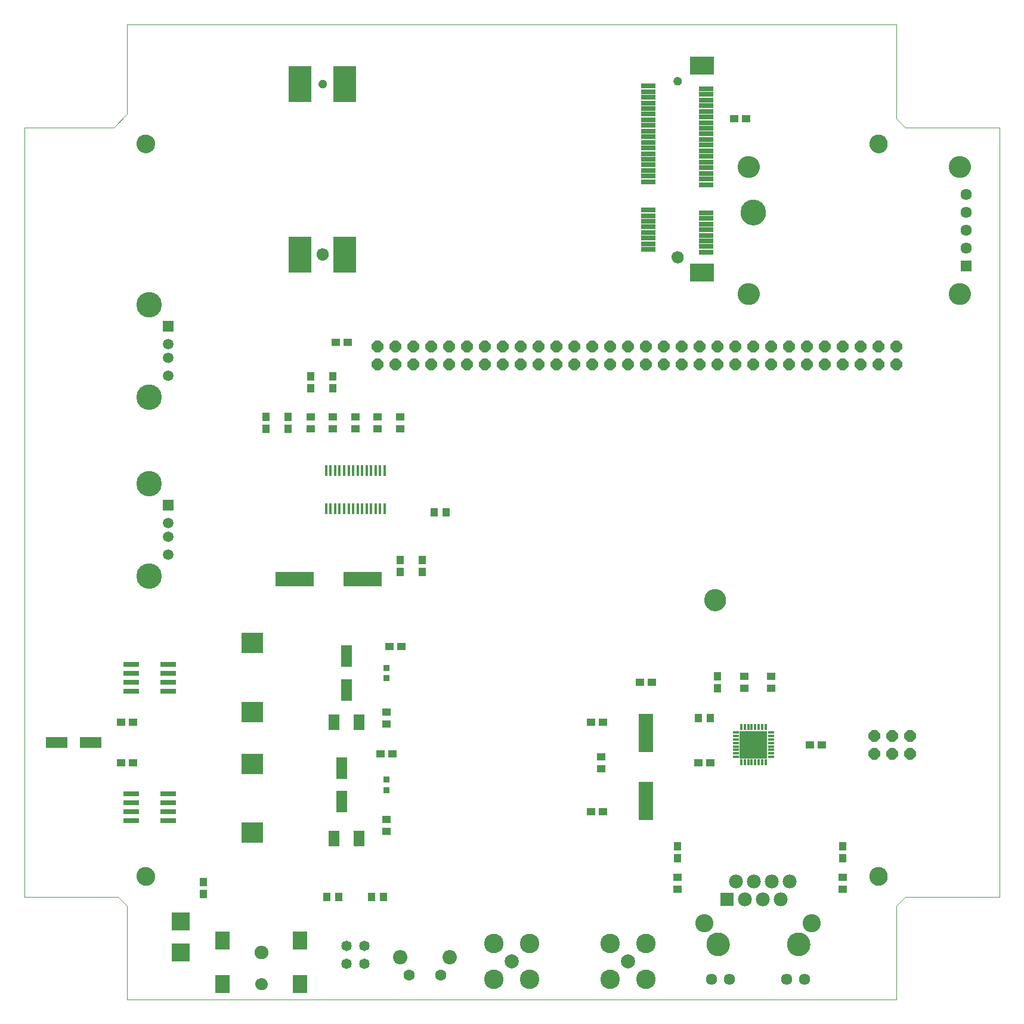
<source format=gts>
G04 EAGLE Gerber RS-274X export*
G75*
%MOMM*%
%FSLAX34Y34*%
%LPD*%
%INTop solder mask*%
%IPPOS*%
%AMOC8*
5,1,8,0,0,1.08239X$1,22.5*%
G01*
%ADD10C,0.000000*%
%ADD11C,2.601600*%
%ADD12P,1.759533X8X22.500000*%
%ADD13C,3.101600*%
%ADD14R,2.301600X0.701600*%
%ADD15C,1.701600*%
%ADD16C,1.201600*%
%ADD17R,2.150000X0.687500*%
%ADD18R,3.387500X2.500000*%
%ADD19R,3.337500X5.150000*%
%ADD20R,2.101600X2.501600*%
%ADD21C,1.901600*%
%ADD22R,1.601600X2.201600*%
%ADD23R,3.151600X2.901600*%
%ADD24R,1.201600X1.101600*%
%ADD25R,1.501600X3.101600*%
%ADD26R,0.901600X0.901600*%
%ADD27R,0.451600X1.601600*%
%ADD28R,1.101600X1.201600*%
%ADD29R,5.435600X2.032000*%
%ADD30R,0.901600X0.401600*%
%ADD31R,0.401600X0.901600*%
%ADD32R,3.901600X3.901600*%
%ADD33R,2.032000X5.435600*%
%ADD34C,1.981200*%
%ADD35R,1.981200X1.981200*%
%ADD36C,2.576600*%
%ADD37C,1.609600*%
%ADD38C,3.301600*%
%ADD39R,1.509600X1.509600*%
%ADD40C,1.509600*%
%ADD41C,3.601600*%
%ADD42R,2.501600X2.501600*%
%ADD43C,2.006600*%
%ADD44C,2.768600*%
%ADD45C,1.482600*%
%ADD46C,1.600200*%
%ADD47C,2.044700*%
%ADD48R,3.101600X1.501600*%
%ADD49R,1.609600X1.609600*%


D10*
X158750Y0D02*
X1250950Y0D01*
X172500Y175000D02*
X172504Y175307D01*
X172515Y175613D01*
X172534Y175920D01*
X172560Y176225D01*
X172594Y176530D01*
X172635Y176834D01*
X172684Y177137D01*
X172740Y177439D01*
X172804Y177739D01*
X172875Y178037D01*
X172953Y178334D01*
X173038Y178629D01*
X173131Y178921D01*
X173231Y179211D01*
X173338Y179499D01*
X173452Y179784D01*
X173572Y180066D01*
X173700Y180344D01*
X173835Y180620D01*
X173976Y180892D01*
X174124Y181161D01*
X174278Y181426D01*
X174439Y181687D01*
X174607Y181945D01*
X174780Y182198D01*
X174960Y182446D01*
X175146Y182690D01*
X175337Y182930D01*
X175535Y183165D01*
X175738Y183394D01*
X175947Y183619D01*
X176161Y183839D01*
X176381Y184053D01*
X176606Y184262D01*
X176835Y184465D01*
X177070Y184663D01*
X177310Y184854D01*
X177554Y185040D01*
X177802Y185220D01*
X178055Y185393D01*
X178313Y185561D01*
X178574Y185722D01*
X178839Y185876D01*
X179108Y186024D01*
X179380Y186165D01*
X179656Y186300D01*
X179934Y186428D01*
X180216Y186548D01*
X180501Y186662D01*
X180789Y186769D01*
X181079Y186869D01*
X181371Y186962D01*
X181666Y187047D01*
X181963Y187125D01*
X182261Y187196D01*
X182561Y187260D01*
X182863Y187316D01*
X183166Y187365D01*
X183470Y187406D01*
X183775Y187440D01*
X184080Y187466D01*
X184387Y187485D01*
X184693Y187496D01*
X185000Y187500D01*
X185307Y187496D01*
X185613Y187485D01*
X185920Y187466D01*
X186225Y187440D01*
X186530Y187406D01*
X186834Y187365D01*
X187137Y187316D01*
X187439Y187260D01*
X187739Y187196D01*
X188037Y187125D01*
X188334Y187047D01*
X188629Y186962D01*
X188921Y186869D01*
X189211Y186769D01*
X189499Y186662D01*
X189784Y186548D01*
X190066Y186428D01*
X190344Y186300D01*
X190620Y186165D01*
X190892Y186024D01*
X191161Y185876D01*
X191426Y185722D01*
X191687Y185561D01*
X191945Y185393D01*
X192198Y185220D01*
X192446Y185040D01*
X192690Y184854D01*
X192930Y184663D01*
X193165Y184465D01*
X193394Y184262D01*
X193619Y184053D01*
X193839Y183839D01*
X194053Y183619D01*
X194262Y183394D01*
X194465Y183165D01*
X194663Y182930D01*
X194854Y182690D01*
X195040Y182446D01*
X195220Y182198D01*
X195393Y181945D01*
X195561Y181687D01*
X195722Y181426D01*
X195876Y181161D01*
X196024Y180892D01*
X196165Y180620D01*
X196300Y180344D01*
X196428Y180066D01*
X196548Y179784D01*
X196662Y179499D01*
X196769Y179211D01*
X196869Y178921D01*
X196962Y178629D01*
X197047Y178334D01*
X197125Y178037D01*
X197196Y177739D01*
X197260Y177439D01*
X197316Y177137D01*
X197365Y176834D01*
X197406Y176530D01*
X197440Y176225D01*
X197466Y175920D01*
X197485Y175613D01*
X197496Y175307D01*
X197500Y175000D01*
X197496Y174693D01*
X197485Y174387D01*
X197466Y174080D01*
X197440Y173775D01*
X197406Y173470D01*
X197365Y173166D01*
X197316Y172863D01*
X197260Y172561D01*
X197196Y172261D01*
X197125Y171963D01*
X197047Y171666D01*
X196962Y171371D01*
X196869Y171079D01*
X196769Y170789D01*
X196662Y170501D01*
X196548Y170216D01*
X196428Y169934D01*
X196300Y169656D01*
X196165Y169380D01*
X196024Y169108D01*
X195876Y168839D01*
X195722Y168574D01*
X195561Y168313D01*
X195393Y168055D01*
X195220Y167802D01*
X195040Y167554D01*
X194854Y167310D01*
X194663Y167070D01*
X194465Y166835D01*
X194262Y166606D01*
X194053Y166381D01*
X193839Y166161D01*
X193619Y165947D01*
X193394Y165738D01*
X193165Y165535D01*
X192930Y165337D01*
X192690Y165146D01*
X192446Y164960D01*
X192198Y164780D01*
X191945Y164607D01*
X191687Y164439D01*
X191426Y164278D01*
X191161Y164124D01*
X190892Y163976D01*
X190620Y163835D01*
X190344Y163700D01*
X190066Y163572D01*
X189784Y163452D01*
X189499Y163338D01*
X189211Y163231D01*
X188921Y163131D01*
X188629Y163038D01*
X188334Y162953D01*
X188037Y162875D01*
X187739Y162804D01*
X187439Y162740D01*
X187137Y162684D01*
X186834Y162635D01*
X186530Y162594D01*
X186225Y162560D01*
X185920Y162534D01*
X185613Y162515D01*
X185307Y162504D01*
X185000Y162500D01*
X184693Y162504D01*
X184387Y162515D01*
X184080Y162534D01*
X183775Y162560D01*
X183470Y162594D01*
X183166Y162635D01*
X182863Y162684D01*
X182561Y162740D01*
X182261Y162804D01*
X181963Y162875D01*
X181666Y162953D01*
X181371Y163038D01*
X181079Y163131D01*
X180789Y163231D01*
X180501Y163338D01*
X180216Y163452D01*
X179934Y163572D01*
X179656Y163700D01*
X179380Y163835D01*
X179108Y163976D01*
X178839Y164124D01*
X178574Y164278D01*
X178313Y164439D01*
X178055Y164607D01*
X177802Y164780D01*
X177554Y164960D01*
X177310Y165146D01*
X177070Y165337D01*
X176835Y165535D01*
X176606Y165738D01*
X176381Y165947D01*
X176161Y166161D01*
X175947Y166381D01*
X175738Y166606D01*
X175535Y166835D01*
X175337Y167070D01*
X175146Y167310D01*
X174960Y167554D01*
X174780Y167802D01*
X174607Y168055D01*
X174439Y168313D01*
X174278Y168574D01*
X174124Y168839D01*
X173976Y169108D01*
X173835Y169380D01*
X173700Y169656D01*
X173572Y169934D01*
X173452Y170216D01*
X173338Y170501D01*
X173231Y170789D01*
X173131Y171079D01*
X173038Y171371D01*
X172953Y171666D01*
X172875Y171963D01*
X172804Y172261D01*
X172740Y172561D01*
X172684Y172863D01*
X172635Y173166D01*
X172594Y173470D01*
X172560Y173775D01*
X172534Y174080D01*
X172515Y174387D01*
X172504Y174693D01*
X172500Y175000D01*
D11*
X185000Y175000D03*
D10*
X172500Y1215000D02*
X172504Y1215307D01*
X172515Y1215613D01*
X172534Y1215920D01*
X172560Y1216225D01*
X172594Y1216530D01*
X172635Y1216834D01*
X172684Y1217137D01*
X172740Y1217439D01*
X172804Y1217739D01*
X172875Y1218037D01*
X172953Y1218334D01*
X173038Y1218629D01*
X173131Y1218921D01*
X173231Y1219211D01*
X173338Y1219499D01*
X173452Y1219784D01*
X173572Y1220066D01*
X173700Y1220344D01*
X173835Y1220620D01*
X173976Y1220892D01*
X174124Y1221161D01*
X174278Y1221426D01*
X174439Y1221687D01*
X174607Y1221945D01*
X174780Y1222198D01*
X174960Y1222446D01*
X175146Y1222690D01*
X175337Y1222930D01*
X175535Y1223165D01*
X175738Y1223394D01*
X175947Y1223619D01*
X176161Y1223839D01*
X176381Y1224053D01*
X176606Y1224262D01*
X176835Y1224465D01*
X177070Y1224663D01*
X177310Y1224854D01*
X177554Y1225040D01*
X177802Y1225220D01*
X178055Y1225393D01*
X178313Y1225561D01*
X178574Y1225722D01*
X178839Y1225876D01*
X179108Y1226024D01*
X179380Y1226165D01*
X179656Y1226300D01*
X179934Y1226428D01*
X180216Y1226548D01*
X180501Y1226662D01*
X180789Y1226769D01*
X181079Y1226869D01*
X181371Y1226962D01*
X181666Y1227047D01*
X181963Y1227125D01*
X182261Y1227196D01*
X182561Y1227260D01*
X182863Y1227316D01*
X183166Y1227365D01*
X183470Y1227406D01*
X183775Y1227440D01*
X184080Y1227466D01*
X184387Y1227485D01*
X184693Y1227496D01*
X185000Y1227500D01*
X185307Y1227496D01*
X185613Y1227485D01*
X185920Y1227466D01*
X186225Y1227440D01*
X186530Y1227406D01*
X186834Y1227365D01*
X187137Y1227316D01*
X187439Y1227260D01*
X187739Y1227196D01*
X188037Y1227125D01*
X188334Y1227047D01*
X188629Y1226962D01*
X188921Y1226869D01*
X189211Y1226769D01*
X189499Y1226662D01*
X189784Y1226548D01*
X190066Y1226428D01*
X190344Y1226300D01*
X190620Y1226165D01*
X190892Y1226024D01*
X191161Y1225876D01*
X191426Y1225722D01*
X191687Y1225561D01*
X191945Y1225393D01*
X192198Y1225220D01*
X192446Y1225040D01*
X192690Y1224854D01*
X192930Y1224663D01*
X193165Y1224465D01*
X193394Y1224262D01*
X193619Y1224053D01*
X193839Y1223839D01*
X194053Y1223619D01*
X194262Y1223394D01*
X194465Y1223165D01*
X194663Y1222930D01*
X194854Y1222690D01*
X195040Y1222446D01*
X195220Y1222198D01*
X195393Y1221945D01*
X195561Y1221687D01*
X195722Y1221426D01*
X195876Y1221161D01*
X196024Y1220892D01*
X196165Y1220620D01*
X196300Y1220344D01*
X196428Y1220066D01*
X196548Y1219784D01*
X196662Y1219499D01*
X196769Y1219211D01*
X196869Y1218921D01*
X196962Y1218629D01*
X197047Y1218334D01*
X197125Y1218037D01*
X197196Y1217739D01*
X197260Y1217439D01*
X197316Y1217137D01*
X197365Y1216834D01*
X197406Y1216530D01*
X197440Y1216225D01*
X197466Y1215920D01*
X197485Y1215613D01*
X197496Y1215307D01*
X197500Y1215000D01*
X197496Y1214693D01*
X197485Y1214387D01*
X197466Y1214080D01*
X197440Y1213775D01*
X197406Y1213470D01*
X197365Y1213166D01*
X197316Y1212863D01*
X197260Y1212561D01*
X197196Y1212261D01*
X197125Y1211963D01*
X197047Y1211666D01*
X196962Y1211371D01*
X196869Y1211079D01*
X196769Y1210789D01*
X196662Y1210501D01*
X196548Y1210216D01*
X196428Y1209934D01*
X196300Y1209656D01*
X196165Y1209380D01*
X196024Y1209108D01*
X195876Y1208839D01*
X195722Y1208574D01*
X195561Y1208313D01*
X195393Y1208055D01*
X195220Y1207802D01*
X195040Y1207554D01*
X194854Y1207310D01*
X194663Y1207070D01*
X194465Y1206835D01*
X194262Y1206606D01*
X194053Y1206381D01*
X193839Y1206161D01*
X193619Y1205947D01*
X193394Y1205738D01*
X193165Y1205535D01*
X192930Y1205337D01*
X192690Y1205146D01*
X192446Y1204960D01*
X192198Y1204780D01*
X191945Y1204607D01*
X191687Y1204439D01*
X191426Y1204278D01*
X191161Y1204124D01*
X190892Y1203976D01*
X190620Y1203835D01*
X190344Y1203700D01*
X190066Y1203572D01*
X189784Y1203452D01*
X189499Y1203338D01*
X189211Y1203231D01*
X188921Y1203131D01*
X188629Y1203038D01*
X188334Y1202953D01*
X188037Y1202875D01*
X187739Y1202804D01*
X187439Y1202740D01*
X187137Y1202684D01*
X186834Y1202635D01*
X186530Y1202594D01*
X186225Y1202560D01*
X185920Y1202534D01*
X185613Y1202515D01*
X185307Y1202504D01*
X185000Y1202500D01*
X184693Y1202504D01*
X184387Y1202515D01*
X184080Y1202534D01*
X183775Y1202560D01*
X183470Y1202594D01*
X183166Y1202635D01*
X182863Y1202684D01*
X182561Y1202740D01*
X182261Y1202804D01*
X181963Y1202875D01*
X181666Y1202953D01*
X181371Y1203038D01*
X181079Y1203131D01*
X180789Y1203231D01*
X180501Y1203338D01*
X180216Y1203452D01*
X179934Y1203572D01*
X179656Y1203700D01*
X179380Y1203835D01*
X179108Y1203976D01*
X178839Y1204124D01*
X178574Y1204278D01*
X178313Y1204439D01*
X178055Y1204607D01*
X177802Y1204780D01*
X177554Y1204960D01*
X177310Y1205146D01*
X177070Y1205337D01*
X176835Y1205535D01*
X176606Y1205738D01*
X176381Y1205947D01*
X176161Y1206161D01*
X175947Y1206381D01*
X175738Y1206606D01*
X175535Y1206835D01*
X175337Y1207070D01*
X175146Y1207310D01*
X174960Y1207554D01*
X174780Y1207802D01*
X174607Y1208055D01*
X174439Y1208313D01*
X174278Y1208574D01*
X174124Y1208839D01*
X173976Y1209108D01*
X173835Y1209380D01*
X173700Y1209656D01*
X173572Y1209934D01*
X173452Y1210216D01*
X173338Y1210501D01*
X173231Y1210789D01*
X173131Y1211079D01*
X173038Y1211371D01*
X172953Y1211666D01*
X172875Y1211963D01*
X172804Y1212261D01*
X172740Y1212561D01*
X172684Y1212863D01*
X172635Y1213166D01*
X172594Y1213470D01*
X172560Y1213775D01*
X172534Y1214080D01*
X172515Y1214387D01*
X172504Y1214693D01*
X172500Y1215000D01*
D11*
X185000Y1215000D03*
D10*
X1212500Y1215000D02*
X1212504Y1215307D01*
X1212515Y1215613D01*
X1212534Y1215920D01*
X1212560Y1216225D01*
X1212594Y1216530D01*
X1212635Y1216834D01*
X1212684Y1217137D01*
X1212740Y1217439D01*
X1212804Y1217739D01*
X1212875Y1218037D01*
X1212953Y1218334D01*
X1213038Y1218629D01*
X1213131Y1218921D01*
X1213231Y1219211D01*
X1213338Y1219499D01*
X1213452Y1219784D01*
X1213572Y1220066D01*
X1213700Y1220344D01*
X1213835Y1220620D01*
X1213976Y1220892D01*
X1214124Y1221161D01*
X1214278Y1221426D01*
X1214439Y1221687D01*
X1214607Y1221945D01*
X1214780Y1222198D01*
X1214960Y1222446D01*
X1215146Y1222690D01*
X1215337Y1222930D01*
X1215535Y1223165D01*
X1215738Y1223394D01*
X1215947Y1223619D01*
X1216161Y1223839D01*
X1216381Y1224053D01*
X1216606Y1224262D01*
X1216835Y1224465D01*
X1217070Y1224663D01*
X1217310Y1224854D01*
X1217554Y1225040D01*
X1217802Y1225220D01*
X1218055Y1225393D01*
X1218313Y1225561D01*
X1218574Y1225722D01*
X1218839Y1225876D01*
X1219108Y1226024D01*
X1219380Y1226165D01*
X1219656Y1226300D01*
X1219934Y1226428D01*
X1220216Y1226548D01*
X1220501Y1226662D01*
X1220789Y1226769D01*
X1221079Y1226869D01*
X1221371Y1226962D01*
X1221666Y1227047D01*
X1221963Y1227125D01*
X1222261Y1227196D01*
X1222561Y1227260D01*
X1222863Y1227316D01*
X1223166Y1227365D01*
X1223470Y1227406D01*
X1223775Y1227440D01*
X1224080Y1227466D01*
X1224387Y1227485D01*
X1224693Y1227496D01*
X1225000Y1227500D01*
X1225307Y1227496D01*
X1225613Y1227485D01*
X1225920Y1227466D01*
X1226225Y1227440D01*
X1226530Y1227406D01*
X1226834Y1227365D01*
X1227137Y1227316D01*
X1227439Y1227260D01*
X1227739Y1227196D01*
X1228037Y1227125D01*
X1228334Y1227047D01*
X1228629Y1226962D01*
X1228921Y1226869D01*
X1229211Y1226769D01*
X1229499Y1226662D01*
X1229784Y1226548D01*
X1230066Y1226428D01*
X1230344Y1226300D01*
X1230620Y1226165D01*
X1230892Y1226024D01*
X1231161Y1225876D01*
X1231426Y1225722D01*
X1231687Y1225561D01*
X1231945Y1225393D01*
X1232198Y1225220D01*
X1232446Y1225040D01*
X1232690Y1224854D01*
X1232930Y1224663D01*
X1233165Y1224465D01*
X1233394Y1224262D01*
X1233619Y1224053D01*
X1233839Y1223839D01*
X1234053Y1223619D01*
X1234262Y1223394D01*
X1234465Y1223165D01*
X1234663Y1222930D01*
X1234854Y1222690D01*
X1235040Y1222446D01*
X1235220Y1222198D01*
X1235393Y1221945D01*
X1235561Y1221687D01*
X1235722Y1221426D01*
X1235876Y1221161D01*
X1236024Y1220892D01*
X1236165Y1220620D01*
X1236300Y1220344D01*
X1236428Y1220066D01*
X1236548Y1219784D01*
X1236662Y1219499D01*
X1236769Y1219211D01*
X1236869Y1218921D01*
X1236962Y1218629D01*
X1237047Y1218334D01*
X1237125Y1218037D01*
X1237196Y1217739D01*
X1237260Y1217439D01*
X1237316Y1217137D01*
X1237365Y1216834D01*
X1237406Y1216530D01*
X1237440Y1216225D01*
X1237466Y1215920D01*
X1237485Y1215613D01*
X1237496Y1215307D01*
X1237500Y1215000D01*
X1237496Y1214693D01*
X1237485Y1214387D01*
X1237466Y1214080D01*
X1237440Y1213775D01*
X1237406Y1213470D01*
X1237365Y1213166D01*
X1237316Y1212863D01*
X1237260Y1212561D01*
X1237196Y1212261D01*
X1237125Y1211963D01*
X1237047Y1211666D01*
X1236962Y1211371D01*
X1236869Y1211079D01*
X1236769Y1210789D01*
X1236662Y1210501D01*
X1236548Y1210216D01*
X1236428Y1209934D01*
X1236300Y1209656D01*
X1236165Y1209380D01*
X1236024Y1209108D01*
X1235876Y1208839D01*
X1235722Y1208574D01*
X1235561Y1208313D01*
X1235393Y1208055D01*
X1235220Y1207802D01*
X1235040Y1207554D01*
X1234854Y1207310D01*
X1234663Y1207070D01*
X1234465Y1206835D01*
X1234262Y1206606D01*
X1234053Y1206381D01*
X1233839Y1206161D01*
X1233619Y1205947D01*
X1233394Y1205738D01*
X1233165Y1205535D01*
X1232930Y1205337D01*
X1232690Y1205146D01*
X1232446Y1204960D01*
X1232198Y1204780D01*
X1231945Y1204607D01*
X1231687Y1204439D01*
X1231426Y1204278D01*
X1231161Y1204124D01*
X1230892Y1203976D01*
X1230620Y1203835D01*
X1230344Y1203700D01*
X1230066Y1203572D01*
X1229784Y1203452D01*
X1229499Y1203338D01*
X1229211Y1203231D01*
X1228921Y1203131D01*
X1228629Y1203038D01*
X1228334Y1202953D01*
X1228037Y1202875D01*
X1227739Y1202804D01*
X1227439Y1202740D01*
X1227137Y1202684D01*
X1226834Y1202635D01*
X1226530Y1202594D01*
X1226225Y1202560D01*
X1225920Y1202534D01*
X1225613Y1202515D01*
X1225307Y1202504D01*
X1225000Y1202500D01*
X1224693Y1202504D01*
X1224387Y1202515D01*
X1224080Y1202534D01*
X1223775Y1202560D01*
X1223470Y1202594D01*
X1223166Y1202635D01*
X1222863Y1202684D01*
X1222561Y1202740D01*
X1222261Y1202804D01*
X1221963Y1202875D01*
X1221666Y1202953D01*
X1221371Y1203038D01*
X1221079Y1203131D01*
X1220789Y1203231D01*
X1220501Y1203338D01*
X1220216Y1203452D01*
X1219934Y1203572D01*
X1219656Y1203700D01*
X1219380Y1203835D01*
X1219108Y1203976D01*
X1218839Y1204124D01*
X1218574Y1204278D01*
X1218313Y1204439D01*
X1218055Y1204607D01*
X1217802Y1204780D01*
X1217554Y1204960D01*
X1217310Y1205146D01*
X1217070Y1205337D01*
X1216835Y1205535D01*
X1216606Y1205738D01*
X1216381Y1205947D01*
X1216161Y1206161D01*
X1215947Y1206381D01*
X1215738Y1206606D01*
X1215535Y1206835D01*
X1215337Y1207070D01*
X1215146Y1207310D01*
X1214960Y1207554D01*
X1214780Y1207802D01*
X1214607Y1208055D01*
X1214439Y1208313D01*
X1214278Y1208574D01*
X1214124Y1208839D01*
X1213976Y1209108D01*
X1213835Y1209380D01*
X1213700Y1209656D01*
X1213572Y1209934D01*
X1213452Y1210216D01*
X1213338Y1210501D01*
X1213231Y1210789D01*
X1213131Y1211079D01*
X1213038Y1211371D01*
X1212953Y1211666D01*
X1212875Y1211963D01*
X1212804Y1212261D01*
X1212740Y1212561D01*
X1212684Y1212863D01*
X1212635Y1213166D01*
X1212594Y1213470D01*
X1212560Y1213775D01*
X1212534Y1214080D01*
X1212515Y1214387D01*
X1212504Y1214693D01*
X1212500Y1215000D01*
D11*
X1225000Y1215000D03*
D10*
X1212500Y175000D02*
X1212504Y175307D01*
X1212515Y175613D01*
X1212534Y175920D01*
X1212560Y176225D01*
X1212594Y176530D01*
X1212635Y176834D01*
X1212684Y177137D01*
X1212740Y177439D01*
X1212804Y177739D01*
X1212875Y178037D01*
X1212953Y178334D01*
X1213038Y178629D01*
X1213131Y178921D01*
X1213231Y179211D01*
X1213338Y179499D01*
X1213452Y179784D01*
X1213572Y180066D01*
X1213700Y180344D01*
X1213835Y180620D01*
X1213976Y180892D01*
X1214124Y181161D01*
X1214278Y181426D01*
X1214439Y181687D01*
X1214607Y181945D01*
X1214780Y182198D01*
X1214960Y182446D01*
X1215146Y182690D01*
X1215337Y182930D01*
X1215535Y183165D01*
X1215738Y183394D01*
X1215947Y183619D01*
X1216161Y183839D01*
X1216381Y184053D01*
X1216606Y184262D01*
X1216835Y184465D01*
X1217070Y184663D01*
X1217310Y184854D01*
X1217554Y185040D01*
X1217802Y185220D01*
X1218055Y185393D01*
X1218313Y185561D01*
X1218574Y185722D01*
X1218839Y185876D01*
X1219108Y186024D01*
X1219380Y186165D01*
X1219656Y186300D01*
X1219934Y186428D01*
X1220216Y186548D01*
X1220501Y186662D01*
X1220789Y186769D01*
X1221079Y186869D01*
X1221371Y186962D01*
X1221666Y187047D01*
X1221963Y187125D01*
X1222261Y187196D01*
X1222561Y187260D01*
X1222863Y187316D01*
X1223166Y187365D01*
X1223470Y187406D01*
X1223775Y187440D01*
X1224080Y187466D01*
X1224387Y187485D01*
X1224693Y187496D01*
X1225000Y187500D01*
X1225307Y187496D01*
X1225613Y187485D01*
X1225920Y187466D01*
X1226225Y187440D01*
X1226530Y187406D01*
X1226834Y187365D01*
X1227137Y187316D01*
X1227439Y187260D01*
X1227739Y187196D01*
X1228037Y187125D01*
X1228334Y187047D01*
X1228629Y186962D01*
X1228921Y186869D01*
X1229211Y186769D01*
X1229499Y186662D01*
X1229784Y186548D01*
X1230066Y186428D01*
X1230344Y186300D01*
X1230620Y186165D01*
X1230892Y186024D01*
X1231161Y185876D01*
X1231426Y185722D01*
X1231687Y185561D01*
X1231945Y185393D01*
X1232198Y185220D01*
X1232446Y185040D01*
X1232690Y184854D01*
X1232930Y184663D01*
X1233165Y184465D01*
X1233394Y184262D01*
X1233619Y184053D01*
X1233839Y183839D01*
X1234053Y183619D01*
X1234262Y183394D01*
X1234465Y183165D01*
X1234663Y182930D01*
X1234854Y182690D01*
X1235040Y182446D01*
X1235220Y182198D01*
X1235393Y181945D01*
X1235561Y181687D01*
X1235722Y181426D01*
X1235876Y181161D01*
X1236024Y180892D01*
X1236165Y180620D01*
X1236300Y180344D01*
X1236428Y180066D01*
X1236548Y179784D01*
X1236662Y179499D01*
X1236769Y179211D01*
X1236869Y178921D01*
X1236962Y178629D01*
X1237047Y178334D01*
X1237125Y178037D01*
X1237196Y177739D01*
X1237260Y177439D01*
X1237316Y177137D01*
X1237365Y176834D01*
X1237406Y176530D01*
X1237440Y176225D01*
X1237466Y175920D01*
X1237485Y175613D01*
X1237496Y175307D01*
X1237500Y175000D01*
X1237496Y174693D01*
X1237485Y174387D01*
X1237466Y174080D01*
X1237440Y173775D01*
X1237406Y173470D01*
X1237365Y173166D01*
X1237316Y172863D01*
X1237260Y172561D01*
X1237196Y172261D01*
X1237125Y171963D01*
X1237047Y171666D01*
X1236962Y171371D01*
X1236869Y171079D01*
X1236769Y170789D01*
X1236662Y170501D01*
X1236548Y170216D01*
X1236428Y169934D01*
X1236300Y169656D01*
X1236165Y169380D01*
X1236024Y169108D01*
X1235876Y168839D01*
X1235722Y168574D01*
X1235561Y168313D01*
X1235393Y168055D01*
X1235220Y167802D01*
X1235040Y167554D01*
X1234854Y167310D01*
X1234663Y167070D01*
X1234465Y166835D01*
X1234262Y166606D01*
X1234053Y166381D01*
X1233839Y166161D01*
X1233619Y165947D01*
X1233394Y165738D01*
X1233165Y165535D01*
X1232930Y165337D01*
X1232690Y165146D01*
X1232446Y164960D01*
X1232198Y164780D01*
X1231945Y164607D01*
X1231687Y164439D01*
X1231426Y164278D01*
X1231161Y164124D01*
X1230892Y163976D01*
X1230620Y163835D01*
X1230344Y163700D01*
X1230066Y163572D01*
X1229784Y163452D01*
X1229499Y163338D01*
X1229211Y163231D01*
X1228921Y163131D01*
X1228629Y163038D01*
X1228334Y162953D01*
X1228037Y162875D01*
X1227739Y162804D01*
X1227439Y162740D01*
X1227137Y162684D01*
X1226834Y162635D01*
X1226530Y162594D01*
X1226225Y162560D01*
X1225920Y162534D01*
X1225613Y162515D01*
X1225307Y162504D01*
X1225000Y162500D01*
X1224693Y162504D01*
X1224387Y162515D01*
X1224080Y162534D01*
X1223775Y162560D01*
X1223470Y162594D01*
X1223166Y162635D01*
X1222863Y162684D01*
X1222561Y162740D01*
X1222261Y162804D01*
X1221963Y162875D01*
X1221666Y162953D01*
X1221371Y163038D01*
X1221079Y163131D01*
X1220789Y163231D01*
X1220501Y163338D01*
X1220216Y163452D01*
X1219934Y163572D01*
X1219656Y163700D01*
X1219380Y163835D01*
X1219108Y163976D01*
X1218839Y164124D01*
X1218574Y164278D01*
X1218313Y164439D01*
X1218055Y164607D01*
X1217802Y164780D01*
X1217554Y164960D01*
X1217310Y165146D01*
X1217070Y165337D01*
X1216835Y165535D01*
X1216606Y165738D01*
X1216381Y165947D01*
X1216161Y166161D01*
X1215947Y166381D01*
X1215738Y166606D01*
X1215535Y166835D01*
X1215337Y167070D01*
X1215146Y167310D01*
X1214960Y167554D01*
X1214780Y167802D01*
X1214607Y168055D01*
X1214439Y168313D01*
X1214278Y168574D01*
X1214124Y168839D01*
X1213976Y169108D01*
X1213835Y169380D01*
X1213700Y169656D01*
X1213572Y169934D01*
X1213452Y170216D01*
X1213338Y170501D01*
X1213231Y170789D01*
X1213131Y171079D01*
X1213038Y171371D01*
X1212953Y171666D01*
X1212875Y171963D01*
X1212804Y172261D01*
X1212740Y172561D01*
X1212684Y172863D01*
X1212635Y173166D01*
X1212594Y173470D01*
X1212560Y173775D01*
X1212534Y174080D01*
X1212515Y174387D01*
X1212504Y174693D01*
X1212500Y175000D01*
D11*
X1225000Y175000D03*
D10*
X1263650Y1238250D02*
X1397000Y1238250D01*
X1263650Y1238250D02*
X1250950Y1250950D01*
X1250950Y1384300D01*
X158750Y1384300D01*
X158750Y1257300D01*
X139700Y1238250D01*
X12700Y1238250D01*
X1397000Y1238250D02*
X1397000Y146050D01*
X1263650Y146050D01*
X1250950Y133350D01*
X1250950Y0D01*
X12700Y146050D02*
X12700Y1238250D01*
X12700Y146050D02*
X146050Y146050D01*
X158750Y133350D02*
X158750Y0D01*
X158750Y133350D02*
X146050Y146050D01*
D12*
X514350Y901700D03*
X514350Y927100D03*
X539750Y901700D03*
X539750Y927100D03*
X565150Y901700D03*
X565150Y927100D03*
X590550Y901700D03*
X590550Y927100D03*
X615950Y901700D03*
X615950Y927100D03*
X641350Y901700D03*
X641350Y927100D03*
X666750Y901700D03*
X666750Y927100D03*
X692150Y901700D03*
X692150Y927100D03*
X717550Y901700D03*
X717550Y927100D03*
X742950Y901700D03*
X742950Y927100D03*
X768350Y901700D03*
X768350Y927100D03*
X793750Y901700D03*
X793750Y927100D03*
X819150Y901700D03*
X819150Y927100D03*
X844550Y901700D03*
X844550Y927100D03*
X869950Y901700D03*
X869950Y927100D03*
X895350Y901700D03*
X895350Y927100D03*
X920750Y901700D03*
X920750Y927100D03*
X946150Y901700D03*
X946150Y927100D03*
X971550Y901700D03*
X971550Y927100D03*
X996950Y901700D03*
X996950Y927100D03*
X1022350Y901700D03*
X1022350Y927100D03*
X1047750Y901700D03*
X1047750Y927100D03*
X1073150Y901700D03*
X1073150Y927100D03*
X1098550Y901700D03*
X1098550Y927100D03*
X1123950Y901700D03*
X1123950Y927100D03*
X1149350Y901700D03*
X1149350Y927100D03*
X1174750Y901700D03*
X1174750Y927100D03*
X1200150Y901700D03*
X1200150Y927100D03*
X1225550Y901700D03*
X1225550Y927100D03*
X1250950Y901700D03*
X1250950Y927100D03*
D10*
X978050Y567300D02*
X978055Y567668D01*
X978068Y568036D01*
X978091Y568403D01*
X978122Y568770D01*
X978163Y569136D01*
X978212Y569501D01*
X978271Y569864D01*
X978338Y570226D01*
X978414Y570587D01*
X978500Y570945D01*
X978593Y571301D01*
X978696Y571654D01*
X978807Y572005D01*
X978927Y572353D01*
X979055Y572698D01*
X979192Y573040D01*
X979337Y573379D01*
X979490Y573713D01*
X979652Y574044D01*
X979821Y574371D01*
X979999Y574693D01*
X980184Y575012D01*
X980377Y575325D01*
X980578Y575634D01*
X980786Y575937D01*
X981002Y576235D01*
X981225Y576528D01*
X981455Y576816D01*
X981692Y577098D01*
X981936Y577373D01*
X982186Y577643D01*
X982443Y577907D01*
X982707Y578164D01*
X982977Y578414D01*
X983252Y578658D01*
X983534Y578895D01*
X983822Y579125D01*
X984115Y579348D01*
X984413Y579564D01*
X984716Y579772D01*
X985025Y579973D01*
X985338Y580166D01*
X985657Y580351D01*
X985979Y580529D01*
X986306Y580698D01*
X986637Y580860D01*
X986971Y581013D01*
X987310Y581158D01*
X987652Y581295D01*
X987997Y581423D01*
X988345Y581543D01*
X988696Y581654D01*
X989049Y581757D01*
X989405Y581850D01*
X989763Y581936D01*
X990124Y582012D01*
X990486Y582079D01*
X990849Y582138D01*
X991214Y582187D01*
X991580Y582228D01*
X991947Y582259D01*
X992314Y582282D01*
X992682Y582295D01*
X993050Y582300D01*
X993418Y582295D01*
X993786Y582282D01*
X994153Y582259D01*
X994520Y582228D01*
X994886Y582187D01*
X995251Y582138D01*
X995614Y582079D01*
X995976Y582012D01*
X996337Y581936D01*
X996695Y581850D01*
X997051Y581757D01*
X997404Y581654D01*
X997755Y581543D01*
X998103Y581423D01*
X998448Y581295D01*
X998790Y581158D01*
X999129Y581013D01*
X999463Y580860D01*
X999794Y580698D01*
X1000121Y580529D01*
X1000443Y580351D01*
X1000762Y580166D01*
X1001075Y579973D01*
X1001384Y579772D01*
X1001687Y579564D01*
X1001985Y579348D01*
X1002278Y579125D01*
X1002566Y578895D01*
X1002848Y578658D01*
X1003123Y578414D01*
X1003393Y578164D01*
X1003657Y577907D01*
X1003914Y577643D01*
X1004164Y577373D01*
X1004408Y577098D01*
X1004645Y576816D01*
X1004875Y576528D01*
X1005098Y576235D01*
X1005314Y575937D01*
X1005522Y575634D01*
X1005723Y575325D01*
X1005916Y575012D01*
X1006101Y574693D01*
X1006279Y574371D01*
X1006448Y574044D01*
X1006610Y573713D01*
X1006763Y573379D01*
X1006908Y573040D01*
X1007045Y572698D01*
X1007173Y572353D01*
X1007293Y572005D01*
X1007404Y571654D01*
X1007507Y571301D01*
X1007600Y570945D01*
X1007686Y570587D01*
X1007762Y570226D01*
X1007829Y569864D01*
X1007888Y569501D01*
X1007937Y569136D01*
X1007978Y568770D01*
X1008009Y568403D01*
X1008032Y568036D01*
X1008045Y567668D01*
X1008050Y567300D01*
X1008045Y566932D01*
X1008032Y566564D01*
X1008009Y566197D01*
X1007978Y565830D01*
X1007937Y565464D01*
X1007888Y565099D01*
X1007829Y564736D01*
X1007762Y564374D01*
X1007686Y564013D01*
X1007600Y563655D01*
X1007507Y563299D01*
X1007404Y562946D01*
X1007293Y562595D01*
X1007173Y562247D01*
X1007045Y561902D01*
X1006908Y561560D01*
X1006763Y561221D01*
X1006610Y560887D01*
X1006448Y560556D01*
X1006279Y560229D01*
X1006101Y559907D01*
X1005916Y559588D01*
X1005723Y559275D01*
X1005522Y558966D01*
X1005314Y558663D01*
X1005098Y558365D01*
X1004875Y558072D01*
X1004645Y557784D01*
X1004408Y557502D01*
X1004164Y557227D01*
X1003914Y556957D01*
X1003657Y556693D01*
X1003393Y556436D01*
X1003123Y556186D01*
X1002848Y555942D01*
X1002566Y555705D01*
X1002278Y555475D01*
X1001985Y555252D01*
X1001687Y555036D01*
X1001384Y554828D01*
X1001075Y554627D01*
X1000762Y554434D01*
X1000443Y554249D01*
X1000121Y554071D01*
X999794Y553902D01*
X999463Y553740D01*
X999129Y553587D01*
X998790Y553442D01*
X998448Y553305D01*
X998103Y553177D01*
X997755Y553057D01*
X997404Y552946D01*
X997051Y552843D01*
X996695Y552750D01*
X996337Y552664D01*
X995976Y552588D01*
X995614Y552521D01*
X995251Y552462D01*
X994886Y552413D01*
X994520Y552372D01*
X994153Y552341D01*
X993786Y552318D01*
X993418Y552305D01*
X993050Y552300D01*
X992682Y552305D01*
X992314Y552318D01*
X991947Y552341D01*
X991580Y552372D01*
X991214Y552413D01*
X990849Y552462D01*
X990486Y552521D01*
X990124Y552588D01*
X989763Y552664D01*
X989405Y552750D01*
X989049Y552843D01*
X988696Y552946D01*
X988345Y553057D01*
X987997Y553177D01*
X987652Y553305D01*
X987310Y553442D01*
X986971Y553587D01*
X986637Y553740D01*
X986306Y553902D01*
X985979Y554071D01*
X985657Y554249D01*
X985338Y554434D01*
X985025Y554627D01*
X984716Y554828D01*
X984413Y555036D01*
X984115Y555252D01*
X983822Y555475D01*
X983534Y555705D01*
X983252Y555942D01*
X982977Y556186D01*
X982707Y556436D01*
X982443Y556693D01*
X982186Y556957D01*
X981936Y557227D01*
X981692Y557502D01*
X981455Y557784D01*
X981225Y558072D01*
X981002Y558365D01*
X980786Y558663D01*
X980578Y558966D01*
X980377Y559275D01*
X980184Y559588D01*
X979999Y559907D01*
X979821Y560229D01*
X979652Y560556D01*
X979490Y560887D01*
X979337Y561221D01*
X979192Y561560D01*
X979055Y561902D01*
X978927Y562247D01*
X978807Y562595D01*
X978696Y562946D01*
X978593Y563299D01*
X978500Y563655D01*
X978414Y564013D01*
X978338Y564374D01*
X978271Y564736D01*
X978212Y565099D01*
X978163Y565464D01*
X978122Y565830D01*
X978091Y566197D01*
X978068Y566564D01*
X978055Y566932D01*
X978050Y567300D01*
D13*
X993050Y567300D03*
D14*
X216500Y450850D03*
X164500Y450850D03*
X216500Y438150D03*
X216500Y463550D03*
X216500Y476250D03*
X164500Y438150D03*
X164500Y463550D03*
X164500Y476250D03*
D10*
X931800Y1054100D02*
X931802Y1054296D01*
X931810Y1054493D01*
X931822Y1054689D01*
X931839Y1054884D01*
X931860Y1055079D01*
X931887Y1055274D01*
X931918Y1055468D01*
X931954Y1055661D01*
X931994Y1055853D01*
X932040Y1056044D01*
X932090Y1056234D01*
X932144Y1056422D01*
X932204Y1056609D01*
X932268Y1056795D01*
X932336Y1056979D01*
X932409Y1057161D01*
X932486Y1057342D01*
X932568Y1057520D01*
X932654Y1057697D01*
X932745Y1057871D01*
X932839Y1058043D01*
X932938Y1058213D01*
X933041Y1058380D01*
X933148Y1058545D01*
X933259Y1058706D01*
X933374Y1058866D01*
X933493Y1059022D01*
X933616Y1059175D01*
X933742Y1059325D01*
X933872Y1059472D01*
X934006Y1059616D01*
X934143Y1059757D01*
X934284Y1059894D01*
X934428Y1060028D01*
X934575Y1060158D01*
X934725Y1060284D01*
X934878Y1060407D01*
X935034Y1060526D01*
X935194Y1060641D01*
X935355Y1060752D01*
X935520Y1060859D01*
X935687Y1060962D01*
X935857Y1061061D01*
X936029Y1061155D01*
X936203Y1061246D01*
X936380Y1061332D01*
X936558Y1061414D01*
X936739Y1061491D01*
X936921Y1061564D01*
X937105Y1061632D01*
X937291Y1061696D01*
X937478Y1061756D01*
X937666Y1061810D01*
X937856Y1061860D01*
X938047Y1061906D01*
X938239Y1061946D01*
X938432Y1061982D01*
X938626Y1062013D01*
X938821Y1062040D01*
X939016Y1062061D01*
X939211Y1062078D01*
X939407Y1062090D01*
X939604Y1062098D01*
X939800Y1062100D01*
X939996Y1062098D01*
X940193Y1062090D01*
X940389Y1062078D01*
X940584Y1062061D01*
X940779Y1062040D01*
X940974Y1062013D01*
X941168Y1061982D01*
X941361Y1061946D01*
X941553Y1061906D01*
X941744Y1061860D01*
X941934Y1061810D01*
X942122Y1061756D01*
X942309Y1061696D01*
X942495Y1061632D01*
X942679Y1061564D01*
X942861Y1061491D01*
X943042Y1061414D01*
X943220Y1061332D01*
X943397Y1061246D01*
X943571Y1061155D01*
X943743Y1061061D01*
X943913Y1060962D01*
X944080Y1060859D01*
X944245Y1060752D01*
X944406Y1060641D01*
X944566Y1060526D01*
X944722Y1060407D01*
X944875Y1060284D01*
X945025Y1060158D01*
X945172Y1060028D01*
X945316Y1059894D01*
X945457Y1059757D01*
X945594Y1059616D01*
X945728Y1059472D01*
X945858Y1059325D01*
X945984Y1059175D01*
X946107Y1059022D01*
X946226Y1058866D01*
X946341Y1058706D01*
X946452Y1058545D01*
X946559Y1058380D01*
X946662Y1058213D01*
X946761Y1058043D01*
X946855Y1057871D01*
X946946Y1057697D01*
X947032Y1057520D01*
X947114Y1057342D01*
X947191Y1057161D01*
X947264Y1056979D01*
X947332Y1056795D01*
X947396Y1056609D01*
X947456Y1056422D01*
X947510Y1056234D01*
X947560Y1056044D01*
X947606Y1055853D01*
X947646Y1055661D01*
X947682Y1055468D01*
X947713Y1055274D01*
X947740Y1055079D01*
X947761Y1054884D01*
X947778Y1054689D01*
X947790Y1054493D01*
X947798Y1054296D01*
X947800Y1054100D01*
X947798Y1053904D01*
X947790Y1053707D01*
X947778Y1053511D01*
X947761Y1053316D01*
X947740Y1053121D01*
X947713Y1052926D01*
X947682Y1052732D01*
X947646Y1052539D01*
X947606Y1052347D01*
X947560Y1052156D01*
X947510Y1051966D01*
X947456Y1051778D01*
X947396Y1051591D01*
X947332Y1051405D01*
X947264Y1051221D01*
X947191Y1051039D01*
X947114Y1050858D01*
X947032Y1050680D01*
X946946Y1050503D01*
X946855Y1050329D01*
X946761Y1050157D01*
X946662Y1049987D01*
X946559Y1049820D01*
X946452Y1049655D01*
X946341Y1049494D01*
X946226Y1049334D01*
X946107Y1049178D01*
X945984Y1049025D01*
X945858Y1048875D01*
X945728Y1048728D01*
X945594Y1048584D01*
X945457Y1048443D01*
X945316Y1048306D01*
X945172Y1048172D01*
X945025Y1048042D01*
X944875Y1047916D01*
X944722Y1047793D01*
X944566Y1047674D01*
X944406Y1047559D01*
X944245Y1047448D01*
X944080Y1047341D01*
X943913Y1047238D01*
X943743Y1047139D01*
X943571Y1047045D01*
X943397Y1046954D01*
X943220Y1046868D01*
X943042Y1046786D01*
X942861Y1046709D01*
X942679Y1046636D01*
X942495Y1046568D01*
X942309Y1046504D01*
X942122Y1046444D01*
X941934Y1046390D01*
X941744Y1046340D01*
X941553Y1046294D01*
X941361Y1046254D01*
X941168Y1046218D01*
X940974Y1046187D01*
X940779Y1046160D01*
X940584Y1046139D01*
X940389Y1046122D01*
X940193Y1046110D01*
X939996Y1046102D01*
X939800Y1046100D01*
X939604Y1046102D01*
X939407Y1046110D01*
X939211Y1046122D01*
X939016Y1046139D01*
X938821Y1046160D01*
X938626Y1046187D01*
X938432Y1046218D01*
X938239Y1046254D01*
X938047Y1046294D01*
X937856Y1046340D01*
X937666Y1046390D01*
X937478Y1046444D01*
X937291Y1046504D01*
X937105Y1046568D01*
X936921Y1046636D01*
X936739Y1046709D01*
X936558Y1046786D01*
X936380Y1046868D01*
X936203Y1046954D01*
X936029Y1047045D01*
X935857Y1047139D01*
X935687Y1047238D01*
X935520Y1047341D01*
X935355Y1047448D01*
X935194Y1047559D01*
X935034Y1047674D01*
X934878Y1047793D01*
X934725Y1047916D01*
X934575Y1048042D01*
X934428Y1048172D01*
X934284Y1048306D01*
X934143Y1048443D01*
X934006Y1048584D01*
X933872Y1048728D01*
X933742Y1048875D01*
X933616Y1049025D01*
X933493Y1049178D01*
X933374Y1049334D01*
X933259Y1049494D01*
X933148Y1049655D01*
X933041Y1049820D01*
X932938Y1049987D01*
X932839Y1050157D01*
X932745Y1050329D01*
X932654Y1050503D01*
X932568Y1050680D01*
X932486Y1050858D01*
X932409Y1051039D01*
X932336Y1051221D01*
X932268Y1051405D01*
X932204Y1051591D01*
X932144Y1051778D01*
X932090Y1051966D01*
X932040Y1052156D01*
X931994Y1052347D01*
X931954Y1052539D01*
X931918Y1052732D01*
X931887Y1052926D01*
X931860Y1053121D01*
X931839Y1053316D01*
X931822Y1053511D01*
X931810Y1053707D01*
X931802Y1053904D01*
X931800Y1054100D01*
D15*
X939800Y1054100D03*
D10*
X934300Y1304100D02*
X934302Y1304248D01*
X934308Y1304396D01*
X934318Y1304544D01*
X934332Y1304692D01*
X934350Y1304839D01*
X934372Y1304986D01*
X934398Y1305132D01*
X934427Y1305277D01*
X934461Y1305422D01*
X934499Y1305565D01*
X934540Y1305708D01*
X934585Y1305849D01*
X934635Y1305989D01*
X934687Y1306127D01*
X934744Y1306265D01*
X934804Y1306400D01*
X934868Y1306534D01*
X934935Y1306666D01*
X935006Y1306796D01*
X935081Y1306925D01*
X935159Y1307051D01*
X935240Y1307175D01*
X935324Y1307297D01*
X935412Y1307416D01*
X935503Y1307533D01*
X935597Y1307648D01*
X935695Y1307760D01*
X935795Y1307869D01*
X935898Y1307976D01*
X936004Y1308080D01*
X936112Y1308181D01*
X936224Y1308279D01*
X936338Y1308374D01*
X936454Y1308465D01*
X936573Y1308554D01*
X936694Y1308639D01*
X936818Y1308721D01*
X936944Y1308800D01*
X937071Y1308875D01*
X937201Y1308947D01*
X937333Y1309016D01*
X937466Y1309080D01*
X937601Y1309141D01*
X937738Y1309199D01*
X937876Y1309253D01*
X938016Y1309303D01*
X938157Y1309349D01*
X938299Y1309391D01*
X938442Y1309430D01*
X938586Y1309464D01*
X938732Y1309495D01*
X938877Y1309522D01*
X939024Y1309545D01*
X939171Y1309564D01*
X939319Y1309579D01*
X939466Y1309590D01*
X939615Y1309597D01*
X939763Y1309600D01*
X939911Y1309599D01*
X940059Y1309594D01*
X940207Y1309585D01*
X940355Y1309572D01*
X940503Y1309555D01*
X940649Y1309534D01*
X940796Y1309509D01*
X940941Y1309480D01*
X941086Y1309448D01*
X941229Y1309411D01*
X941372Y1309371D01*
X941514Y1309326D01*
X941654Y1309278D01*
X941793Y1309226D01*
X941930Y1309171D01*
X942066Y1309111D01*
X942201Y1309048D01*
X942333Y1308982D01*
X942464Y1308912D01*
X942593Y1308838D01*
X942719Y1308761D01*
X942844Y1308681D01*
X942966Y1308597D01*
X943087Y1308510D01*
X943204Y1308420D01*
X943320Y1308326D01*
X943432Y1308230D01*
X943542Y1308131D01*
X943650Y1308028D01*
X943754Y1307923D01*
X943856Y1307815D01*
X943954Y1307704D01*
X944050Y1307591D01*
X944143Y1307475D01*
X944232Y1307357D01*
X944318Y1307236D01*
X944401Y1307113D01*
X944481Y1306988D01*
X944557Y1306861D01*
X944630Y1306731D01*
X944699Y1306600D01*
X944764Y1306467D01*
X944827Y1306333D01*
X944885Y1306196D01*
X944940Y1306058D01*
X944990Y1305919D01*
X945038Y1305778D01*
X945081Y1305637D01*
X945121Y1305494D01*
X945156Y1305350D01*
X945188Y1305205D01*
X945216Y1305059D01*
X945240Y1304913D01*
X945260Y1304766D01*
X945276Y1304618D01*
X945288Y1304471D01*
X945296Y1304322D01*
X945300Y1304174D01*
X945300Y1304026D01*
X945296Y1303878D01*
X945288Y1303729D01*
X945276Y1303582D01*
X945260Y1303434D01*
X945240Y1303287D01*
X945216Y1303141D01*
X945188Y1302995D01*
X945156Y1302850D01*
X945121Y1302706D01*
X945081Y1302563D01*
X945038Y1302422D01*
X944990Y1302281D01*
X944940Y1302142D01*
X944885Y1302004D01*
X944827Y1301867D01*
X944764Y1301733D01*
X944699Y1301600D01*
X944630Y1301469D01*
X944557Y1301339D01*
X944481Y1301212D01*
X944401Y1301087D01*
X944318Y1300964D01*
X944232Y1300843D01*
X944143Y1300725D01*
X944050Y1300609D01*
X943954Y1300496D01*
X943856Y1300385D01*
X943754Y1300277D01*
X943650Y1300172D01*
X943542Y1300069D01*
X943432Y1299970D01*
X943320Y1299874D01*
X943204Y1299780D01*
X943087Y1299690D01*
X942966Y1299603D01*
X942844Y1299519D01*
X942719Y1299439D01*
X942593Y1299362D01*
X942464Y1299288D01*
X942333Y1299218D01*
X942201Y1299152D01*
X942066Y1299089D01*
X941930Y1299029D01*
X941793Y1298974D01*
X941654Y1298922D01*
X941514Y1298874D01*
X941372Y1298829D01*
X941229Y1298789D01*
X941086Y1298752D01*
X940941Y1298720D01*
X940796Y1298691D01*
X940649Y1298666D01*
X940503Y1298645D01*
X940355Y1298628D01*
X940207Y1298615D01*
X940059Y1298606D01*
X939911Y1298601D01*
X939763Y1298600D01*
X939615Y1298603D01*
X939466Y1298610D01*
X939319Y1298621D01*
X939171Y1298636D01*
X939024Y1298655D01*
X938877Y1298678D01*
X938732Y1298705D01*
X938586Y1298736D01*
X938442Y1298770D01*
X938299Y1298809D01*
X938157Y1298851D01*
X938016Y1298897D01*
X937876Y1298947D01*
X937738Y1299001D01*
X937601Y1299059D01*
X937466Y1299120D01*
X937333Y1299184D01*
X937201Y1299253D01*
X937071Y1299325D01*
X936944Y1299400D01*
X936818Y1299479D01*
X936694Y1299561D01*
X936573Y1299646D01*
X936454Y1299735D01*
X936338Y1299826D01*
X936224Y1299921D01*
X936112Y1300019D01*
X936004Y1300120D01*
X935898Y1300224D01*
X935795Y1300331D01*
X935695Y1300440D01*
X935597Y1300552D01*
X935503Y1300667D01*
X935412Y1300784D01*
X935324Y1300903D01*
X935240Y1301025D01*
X935159Y1301149D01*
X935081Y1301275D01*
X935006Y1301404D01*
X934935Y1301534D01*
X934868Y1301666D01*
X934804Y1301800D01*
X934744Y1301935D01*
X934687Y1302073D01*
X934635Y1302211D01*
X934585Y1302351D01*
X934540Y1302492D01*
X934499Y1302635D01*
X934461Y1302778D01*
X934427Y1302923D01*
X934398Y1303068D01*
X934372Y1303214D01*
X934350Y1303361D01*
X934332Y1303508D01*
X934318Y1303656D01*
X934308Y1303804D01*
X934302Y1303952D01*
X934300Y1304100D01*
D16*
X939800Y1304100D03*
D10*
X427800Y1058100D02*
X427802Y1058296D01*
X427810Y1058493D01*
X427822Y1058689D01*
X427839Y1058884D01*
X427860Y1059079D01*
X427887Y1059274D01*
X427918Y1059468D01*
X427954Y1059661D01*
X427994Y1059853D01*
X428040Y1060044D01*
X428090Y1060234D01*
X428144Y1060422D01*
X428204Y1060609D01*
X428268Y1060795D01*
X428336Y1060979D01*
X428409Y1061161D01*
X428486Y1061342D01*
X428568Y1061520D01*
X428654Y1061697D01*
X428745Y1061871D01*
X428839Y1062043D01*
X428938Y1062213D01*
X429041Y1062380D01*
X429148Y1062545D01*
X429259Y1062706D01*
X429374Y1062866D01*
X429493Y1063022D01*
X429616Y1063175D01*
X429742Y1063325D01*
X429872Y1063472D01*
X430006Y1063616D01*
X430143Y1063757D01*
X430284Y1063894D01*
X430428Y1064028D01*
X430575Y1064158D01*
X430725Y1064284D01*
X430878Y1064407D01*
X431034Y1064526D01*
X431194Y1064641D01*
X431355Y1064752D01*
X431520Y1064859D01*
X431687Y1064962D01*
X431857Y1065061D01*
X432029Y1065155D01*
X432203Y1065246D01*
X432380Y1065332D01*
X432558Y1065414D01*
X432739Y1065491D01*
X432921Y1065564D01*
X433105Y1065632D01*
X433291Y1065696D01*
X433478Y1065756D01*
X433666Y1065810D01*
X433856Y1065860D01*
X434047Y1065906D01*
X434239Y1065946D01*
X434432Y1065982D01*
X434626Y1066013D01*
X434821Y1066040D01*
X435016Y1066061D01*
X435211Y1066078D01*
X435407Y1066090D01*
X435604Y1066098D01*
X435800Y1066100D01*
X435996Y1066098D01*
X436193Y1066090D01*
X436389Y1066078D01*
X436584Y1066061D01*
X436779Y1066040D01*
X436974Y1066013D01*
X437168Y1065982D01*
X437361Y1065946D01*
X437553Y1065906D01*
X437744Y1065860D01*
X437934Y1065810D01*
X438122Y1065756D01*
X438309Y1065696D01*
X438495Y1065632D01*
X438679Y1065564D01*
X438861Y1065491D01*
X439042Y1065414D01*
X439220Y1065332D01*
X439397Y1065246D01*
X439571Y1065155D01*
X439743Y1065061D01*
X439913Y1064962D01*
X440080Y1064859D01*
X440245Y1064752D01*
X440406Y1064641D01*
X440566Y1064526D01*
X440722Y1064407D01*
X440875Y1064284D01*
X441025Y1064158D01*
X441172Y1064028D01*
X441316Y1063894D01*
X441457Y1063757D01*
X441594Y1063616D01*
X441728Y1063472D01*
X441858Y1063325D01*
X441984Y1063175D01*
X442107Y1063022D01*
X442226Y1062866D01*
X442341Y1062706D01*
X442452Y1062545D01*
X442559Y1062380D01*
X442662Y1062213D01*
X442761Y1062043D01*
X442855Y1061871D01*
X442946Y1061697D01*
X443032Y1061520D01*
X443114Y1061342D01*
X443191Y1061161D01*
X443264Y1060979D01*
X443332Y1060795D01*
X443396Y1060609D01*
X443456Y1060422D01*
X443510Y1060234D01*
X443560Y1060044D01*
X443606Y1059853D01*
X443646Y1059661D01*
X443682Y1059468D01*
X443713Y1059274D01*
X443740Y1059079D01*
X443761Y1058884D01*
X443778Y1058689D01*
X443790Y1058493D01*
X443798Y1058296D01*
X443800Y1058100D01*
X443798Y1057904D01*
X443790Y1057707D01*
X443778Y1057511D01*
X443761Y1057316D01*
X443740Y1057121D01*
X443713Y1056926D01*
X443682Y1056732D01*
X443646Y1056539D01*
X443606Y1056347D01*
X443560Y1056156D01*
X443510Y1055966D01*
X443456Y1055778D01*
X443396Y1055591D01*
X443332Y1055405D01*
X443264Y1055221D01*
X443191Y1055039D01*
X443114Y1054858D01*
X443032Y1054680D01*
X442946Y1054503D01*
X442855Y1054329D01*
X442761Y1054157D01*
X442662Y1053987D01*
X442559Y1053820D01*
X442452Y1053655D01*
X442341Y1053494D01*
X442226Y1053334D01*
X442107Y1053178D01*
X441984Y1053025D01*
X441858Y1052875D01*
X441728Y1052728D01*
X441594Y1052584D01*
X441457Y1052443D01*
X441316Y1052306D01*
X441172Y1052172D01*
X441025Y1052042D01*
X440875Y1051916D01*
X440722Y1051793D01*
X440566Y1051674D01*
X440406Y1051559D01*
X440245Y1051448D01*
X440080Y1051341D01*
X439913Y1051238D01*
X439743Y1051139D01*
X439571Y1051045D01*
X439397Y1050954D01*
X439220Y1050868D01*
X439042Y1050786D01*
X438861Y1050709D01*
X438679Y1050636D01*
X438495Y1050568D01*
X438309Y1050504D01*
X438122Y1050444D01*
X437934Y1050390D01*
X437744Y1050340D01*
X437553Y1050294D01*
X437361Y1050254D01*
X437168Y1050218D01*
X436974Y1050187D01*
X436779Y1050160D01*
X436584Y1050139D01*
X436389Y1050122D01*
X436193Y1050110D01*
X435996Y1050102D01*
X435800Y1050100D01*
X435604Y1050102D01*
X435407Y1050110D01*
X435211Y1050122D01*
X435016Y1050139D01*
X434821Y1050160D01*
X434626Y1050187D01*
X434432Y1050218D01*
X434239Y1050254D01*
X434047Y1050294D01*
X433856Y1050340D01*
X433666Y1050390D01*
X433478Y1050444D01*
X433291Y1050504D01*
X433105Y1050568D01*
X432921Y1050636D01*
X432739Y1050709D01*
X432558Y1050786D01*
X432380Y1050868D01*
X432203Y1050954D01*
X432029Y1051045D01*
X431857Y1051139D01*
X431687Y1051238D01*
X431520Y1051341D01*
X431355Y1051448D01*
X431194Y1051559D01*
X431034Y1051674D01*
X430878Y1051793D01*
X430725Y1051916D01*
X430575Y1052042D01*
X430428Y1052172D01*
X430284Y1052306D01*
X430143Y1052443D01*
X430006Y1052584D01*
X429872Y1052728D01*
X429742Y1052875D01*
X429616Y1053025D01*
X429493Y1053178D01*
X429374Y1053334D01*
X429259Y1053494D01*
X429148Y1053655D01*
X429041Y1053820D01*
X428938Y1053987D01*
X428839Y1054157D01*
X428745Y1054329D01*
X428654Y1054503D01*
X428568Y1054680D01*
X428486Y1054858D01*
X428409Y1055039D01*
X428336Y1055221D01*
X428268Y1055405D01*
X428204Y1055591D01*
X428144Y1055778D01*
X428090Y1055966D01*
X428040Y1056156D01*
X427994Y1056347D01*
X427954Y1056539D01*
X427918Y1056732D01*
X427887Y1056926D01*
X427860Y1057121D01*
X427839Y1057316D01*
X427822Y1057511D01*
X427810Y1057707D01*
X427802Y1057904D01*
X427800Y1058100D01*
D15*
X435800Y1058100D03*
D10*
X430300Y1300100D02*
X430302Y1300248D01*
X430308Y1300396D01*
X430318Y1300544D01*
X430332Y1300692D01*
X430350Y1300839D01*
X430372Y1300986D01*
X430398Y1301132D01*
X430427Y1301277D01*
X430461Y1301422D01*
X430499Y1301565D01*
X430540Y1301708D01*
X430585Y1301849D01*
X430635Y1301989D01*
X430687Y1302127D01*
X430744Y1302265D01*
X430804Y1302400D01*
X430868Y1302534D01*
X430935Y1302666D01*
X431006Y1302796D01*
X431081Y1302925D01*
X431159Y1303051D01*
X431240Y1303175D01*
X431324Y1303297D01*
X431412Y1303416D01*
X431503Y1303533D01*
X431597Y1303648D01*
X431695Y1303760D01*
X431795Y1303869D01*
X431898Y1303976D01*
X432004Y1304080D01*
X432112Y1304181D01*
X432224Y1304279D01*
X432338Y1304374D01*
X432454Y1304465D01*
X432573Y1304554D01*
X432694Y1304639D01*
X432818Y1304721D01*
X432944Y1304800D01*
X433071Y1304875D01*
X433201Y1304947D01*
X433333Y1305016D01*
X433466Y1305080D01*
X433601Y1305141D01*
X433738Y1305199D01*
X433876Y1305253D01*
X434016Y1305303D01*
X434157Y1305349D01*
X434299Y1305391D01*
X434442Y1305430D01*
X434586Y1305464D01*
X434732Y1305495D01*
X434877Y1305522D01*
X435024Y1305545D01*
X435171Y1305564D01*
X435319Y1305579D01*
X435466Y1305590D01*
X435615Y1305597D01*
X435763Y1305600D01*
X435911Y1305599D01*
X436059Y1305594D01*
X436207Y1305585D01*
X436355Y1305572D01*
X436503Y1305555D01*
X436649Y1305534D01*
X436796Y1305509D01*
X436941Y1305480D01*
X437086Y1305448D01*
X437229Y1305411D01*
X437372Y1305371D01*
X437514Y1305326D01*
X437654Y1305278D01*
X437793Y1305226D01*
X437930Y1305171D01*
X438066Y1305111D01*
X438201Y1305048D01*
X438333Y1304982D01*
X438464Y1304912D01*
X438593Y1304838D01*
X438719Y1304761D01*
X438844Y1304681D01*
X438966Y1304597D01*
X439087Y1304510D01*
X439204Y1304420D01*
X439320Y1304326D01*
X439432Y1304230D01*
X439542Y1304131D01*
X439650Y1304028D01*
X439754Y1303923D01*
X439856Y1303815D01*
X439954Y1303704D01*
X440050Y1303591D01*
X440143Y1303475D01*
X440232Y1303357D01*
X440318Y1303236D01*
X440401Y1303113D01*
X440481Y1302988D01*
X440557Y1302861D01*
X440630Y1302731D01*
X440699Y1302600D01*
X440764Y1302467D01*
X440827Y1302333D01*
X440885Y1302196D01*
X440940Y1302058D01*
X440990Y1301919D01*
X441038Y1301778D01*
X441081Y1301637D01*
X441121Y1301494D01*
X441156Y1301350D01*
X441188Y1301205D01*
X441216Y1301059D01*
X441240Y1300913D01*
X441260Y1300766D01*
X441276Y1300618D01*
X441288Y1300471D01*
X441296Y1300322D01*
X441300Y1300174D01*
X441300Y1300026D01*
X441296Y1299878D01*
X441288Y1299729D01*
X441276Y1299582D01*
X441260Y1299434D01*
X441240Y1299287D01*
X441216Y1299141D01*
X441188Y1298995D01*
X441156Y1298850D01*
X441121Y1298706D01*
X441081Y1298563D01*
X441038Y1298422D01*
X440990Y1298281D01*
X440940Y1298142D01*
X440885Y1298004D01*
X440827Y1297867D01*
X440764Y1297733D01*
X440699Y1297600D01*
X440630Y1297469D01*
X440557Y1297339D01*
X440481Y1297212D01*
X440401Y1297087D01*
X440318Y1296964D01*
X440232Y1296843D01*
X440143Y1296725D01*
X440050Y1296609D01*
X439954Y1296496D01*
X439856Y1296385D01*
X439754Y1296277D01*
X439650Y1296172D01*
X439542Y1296069D01*
X439432Y1295970D01*
X439320Y1295874D01*
X439204Y1295780D01*
X439087Y1295690D01*
X438966Y1295603D01*
X438844Y1295519D01*
X438719Y1295439D01*
X438593Y1295362D01*
X438464Y1295288D01*
X438333Y1295218D01*
X438201Y1295152D01*
X438066Y1295089D01*
X437930Y1295029D01*
X437793Y1294974D01*
X437654Y1294922D01*
X437514Y1294874D01*
X437372Y1294829D01*
X437229Y1294789D01*
X437086Y1294752D01*
X436941Y1294720D01*
X436796Y1294691D01*
X436649Y1294666D01*
X436503Y1294645D01*
X436355Y1294628D01*
X436207Y1294615D01*
X436059Y1294606D01*
X435911Y1294601D01*
X435763Y1294600D01*
X435615Y1294603D01*
X435466Y1294610D01*
X435319Y1294621D01*
X435171Y1294636D01*
X435024Y1294655D01*
X434877Y1294678D01*
X434732Y1294705D01*
X434586Y1294736D01*
X434442Y1294770D01*
X434299Y1294809D01*
X434157Y1294851D01*
X434016Y1294897D01*
X433876Y1294947D01*
X433738Y1295001D01*
X433601Y1295059D01*
X433466Y1295120D01*
X433333Y1295184D01*
X433201Y1295253D01*
X433071Y1295325D01*
X432944Y1295400D01*
X432818Y1295479D01*
X432694Y1295561D01*
X432573Y1295646D01*
X432454Y1295735D01*
X432338Y1295826D01*
X432224Y1295921D01*
X432112Y1296019D01*
X432004Y1296120D01*
X431898Y1296224D01*
X431795Y1296331D01*
X431695Y1296440D01*
X431597Y1296552D01*
X431503Y1296667D01*
X431412Y1296784D01*
X431324Y1296903D01*
X431240Y1297025D01*
X431159Y1297149D01*
X431081Y1297275D01*
X431006Y1297404D01*
X430935Y1297534D01*
X430868Y1297666D01*
X430804Y1297800D01*
X430744Y1297935D01*
X430687Y1298073D01*
X430635Y1298211D01*
X430585Y1298351D01*
X430540Y1298492D01*
X430499Y1298635D01*
X430461Y1298778D01*
X430427Y1298923D01*
X430398Y1299068D01*
X430372Y1299214D01*
X430350Y1299361D01*
X430332Y1299508D01*
X430318Y1299656D01*
X430308Y1299804D01*
X430302Y1299952D01*
X430300Y1300100D01*
D16*
X435800Y1300100D03*
D17*
X980800Y1061038D03*
X980800Y1069038D03*
X980800Y1077038D03*
X980800Y1085038D03*
X980800Y1093038D03*
X980800Y1101038D03*
X980800Y1109038D03*
X980800Y1117038D03*
X980800Y1157038D03*
X980800Y1165038D03*
X980800Y1173038D03*
X980800Y1181038D03*
X980800Y1189038D03*
X980800Y1197038D03*
X980800Y1205038D03*
X980800Y1213038D03*
X980800Y1221038D03*
X980800Y1229038D03*
X980800Y1237038D03*
X980800Y1245038D03*
X980800Y1253038D03*
X980800Y1261038D03*
X980800Y1269038D03*
X980800Y1277038D03*
X980800Y1285038D03*
X980800Y1293038D03*
D18*
X974863Y1325600D03*
X974738Y1032600D03*
D17*
X898800Y1065038D03*
X898800Y1073038D03*
X898800Y1081038D03*
X898800Y1089038D03*
X898800Y1097038D03*
X898800Y1105038D03*
X898800Y1113038D03*
X898800Y1121038D03*
X898800Y1161038D03*
X898800Y1169038D03*
X898800Y1177038D03*
X898800Y1185038D03*
X898800Y1193038D03*
X898800Y1201038D03*
X898800Y1209038D03*
X898800Y1217038D03*
X898800Y1225038D03*
X898800Y1233038D03*
X898800Y1241038D03*
X898800Y1249038D03*
X898800Y1257038D03*
X898800Y1265038D03*
X898800Y1273038D03*
X898800Y1281038D03*
X898800Y1289038D03*
X898800Y1297038D03*
D19*
X404363Y1057975D03*
X467488Y1057975D03*
X404363Y1300100D03*
X467363Y1299975D03*
D20*
X294250Y22225D03*
X294250Y84225D03*
X404250Y84225D03*
X404250Y22225D03*
D10*
X341250Y22225D02*
X341252Y22421D01*
X341260Y22618D01*
X341272Y22814D01*
X341289Y23009D01*
X341310Y23204D01*
X341337Y23399D01*
X341368Y23593D01*
X341404Y23786D01*
X341444Y23978D01*
X341490Y24169D01*
X341540Y24359D01*
X341594Y24547D01*
X341654Y24734D01*
X341718Y24920D01*
X341786Y25104D01*
X341859Y25286D01*
X341936Y25467D01*
X342018Y25645D01*
X342104Y25822D01*
X342195Y25996D01*
X342289Y26168D01*
X342388Y26338D01*
X342491Y26505D01*
X342598Y26670D01*
X342709Y26831D01*
X342824Y26991D01*
X342943Y27147D01*
X343066Y27300D01*
X343192Y27450D01*
X343322Y27597D01*
X343456Y27741D01*
X343593Y27882D01*
X343734Y28019D01*
X343878Y28153D01*
X344025Y28283D01*
X344175Y28409D01*
X344328Y28532D01*
X344484Y28651D01*
X344644Y28766D01*
X344805Y28877D01*
X344970Y28984D01*
X345137Y29087D01*
X345307Y29186D01*
X345479Y29280D01*
X345653Y29371D01*
X345830Y29457D01*
X346008Y29539D01*
X346189Y29616D01*
X346371Y29689D01*
X346555Y29757D01*
X346741Y29821D01*
X346928Y29881D01*
X347116Y29935D01*
X347306Y29985D01*
X347497Y30031D01*
X347689Y30071D01*
X347882Y30107D01*
X348076Y30138D01*
X348271Y30165D01*
X348466Y30186D01*
X348661Y30203D01*
X348857Y30215D01*
X349054Y30223D01*
X349250Y30225D01*
X349446Y30223D01*
X349643Y30215D01*
X349839Y30203D01*
X350034Y30186D01*
X350229Y30165D01*
X350424Y30138D01*
X350618Y30107D01*
X350811Y30071D01*
X351003Y30031D01*
X351194Y29985D01*
X351384Y29935D01*
X351572Y29881D01*
X351759Y29821D01*
X351945Y29757D01*
X352129Y29689D01*
X352311Y29616D01*
X352492Y29539D01*
X352670Y29457D01*
X352847Y29371D01*
X353021Y29280D01*
X353193Y29186D01*
X353363Y29087D01*
X353530Y28984D01*
X353695Y28877D01*
X353856Y28766D01*
X354016Y28651D01*
X354172Y28532D01*
X354325Y28409D01*
X354475Y28283D01*
X354622Y28153D01*
X354766Y28019D01*
X354907Y27882D01*
X355044Y27741D01*
X355178Y27597D01*
X355308Y27450D01*
X355434Y27300D01*
X355557Y27147D01*
X355676Y26991D01*
X355791Y26831D01*
X355902Y26670D01*
X356009Y26505D01*
X356112Y26338D01*
X356211Y26168D01*
X356305Y25996D01*
X356396Y25822D01*
X356482Y25645D01*
X356564Y25467D01*
X356641Y25286D01*
X356714Y25104D01*
X356782Y24920D01*
X356846Y24734D01*
X356906Y24547D01*
X356960Y24359D01*
X357010Y24169D01*
X357056Y23978D01*
X357096Y23786D01*
X357132Y23593D01*
X357163Y23399D01*
X357190Y23204D01*
X357211Y23009D01*
X357228Y22814D01*
X357240Y22618D01*
X357248Y22421D01*
X357250Y22225D01*
X357248Y22029D01*
X357240Y21832D01*
X357228Y21636D01*
X357211Y21441D01*
X357190Y21246D01*
X357163Y21051D01*
X357132Y20857D01*
X357096Y20664D01*
X357056Y20472D01*
X357010Y20281D01*
X356960Y20091D01*
X356906Y19903D01*
X356846Y19716D01*
X356782Y19530D01*
X356714Y19346D01*
X356641Y19164D01*
X356564Y18983D01*
X356482Y18805D01*
X356396Y18628D01*
X356305Y18454D01*
X356211Y18282D01*
X356112Y18112D01*
X356009Y17945D01*
X355902Y17780D01*
X355791Y17619D01*
X355676Y17459D01*
X355557Y17303D01*
X355434Y17150D01*
X355308Y17000D01*
X355178Y16853D01*
X355044Y16709D01*
X354907Y16568D01*
X354766Y16431D01*
X354622Y16297D01*
X354475Y16167D01*
X354325Y16041D01*
X354172Y15918D01*
X354016Y15799D01*
X353856Y15684D01*
X353695Y15573D01*
X353530Y15466D01*
X353363Y15363D01*
X353193Y15264D01*
X353021Y15170D01*
X352847Y15079D01*
X352670Y14993D01*
X352492Y14911D01*
X352311Y14834D01*
X352129Y14761D01*
X351945Y14693D01*
X351759Y14629D01*
X351572Y14569D01*
X351384Y14515D01*
X351194Y14465D01*
X351003Y14419D01*
X350811Y14379D01*
X350618Y14343D01*
X350424Y14312D01*
X350229Y14285D01*
X350034Y14264D01*
X349839Y14247D01*
X349643Y14235D01*
X349446Y14227D01*
X349250Y14225D01*
X349054Y14227D01*
X348857Y14235D01*
X348661Y14247D01*
X348466Y14264D01*
X348271Y14285D01*
X348076Y14312D01*
X347882Y14343D01*
X347689Y14379D01*
X347497Y14419D01*
X347306Y14465D01*
X347116Y14515D01*
X346928Y14569D01*
X346741Y14629D01*
X346555Y14693D01*
X346371Y14761D01*
X346189Y14834D01*
X346008Y14911D01*
X345830Y14993D01*
X345653Y15079D01*
X345479Y15170D01*
X345307Y15264D01*
X345137Y15363D01*
X344970Y15466D01*
X344805Y15573D01*
X344644Y15684D01*
X344484Y15799D01*
X344328Y15918D01*
X344175Y16041D01*
X344025Y16167D01*
X343878Y16297D01*
X343734Y16431D01*
X343593Y16568D01*
X343456Y16709D01*
X343322Y16853D01*
X343192Y17000D01*
X343066Y17150D01*
X342943Y17303D01*
X342824Y17459D01*
X342709Y17619D01*
X342598Y17780D01*
X342491Y17945D01*
X342388Y18112D01*
X342289Y18282D01*
X342195Y18454D01*
X342104Y18628D01*
X342018Y18805D01*
X341936Y18983D01*
X341859Y19164D01*
X341786Y19346D01*
X341718Y19530D01*
X341654Y19716D01*
X341594Y19903D01*
X341540Y20091D01*
X341490Y20281D01*
X341444Y20472D01*
X341404Y20664D01*
X341368Y20857D01*
X341337Y21051D01*
X341310Y21246D01*
X341289Y21441D01*
X341272Y21636D01*
X341260Y21832D01*
X341252Y22029D01*
X341250Y22225D01*
D15*
X349250Y22225D03*
D10*
X340250Y67225D02*
X340253Y67446D01*
X340261Y67667D01*
X340274Y67887D01*
X340293Y68107D01*
X340318Y68327D01*
X340347Y68546D01*
X340383Y68764D01*
X340423Y68981D01*
X340469Y69197D01*
X340520Y69412D01*
X340576Y69625D01*
X340638Y69838D01*
X340704Y70048D01*
X340776Y70257D01*
X340853Y70464D01*
X340935Y70669D01*
X341022Y70872D01*
X341114Y71073D01*
X341211Y71272D01*
X341313Y71468D01*
X341419Y71661D01*
X341530Y71852D01*
X341646Y72040D01*
X341767Y72225D01*
X341892Y72407D01*
X342021Y72586D01*
X342155Y72762D01*
X342293Y72935D01*
X342435Y73104D01*
X342581Y73269D01*
X342732Y73431D01*
X342886Y73589D01*
X343044Y73743D01*
X343206Y73894D01*
X343371Y74040D01*
X343540Y74182D01*
X343713Y74320D01*
X343889Y74454D01*
X344068Y74583D01*
X344250Y74708D01*
X344435Y74829D01*
X344623Y74945D01*
X344814Y75056D01*
X345007Y75162D01*
X345203Y75264D01*
X345402Y75361D01*
X345603Y75453D01*
X345806Y75540D01*
X346011Y75622D01*
X346218Y75699D01*
X346427Y75771D01*
X346637Y75837D01*
X346850Y75899D01*
X347063Y75955D01*
X347278Y76006D01*
X347494Y76052D01*
X347711Y76092D01*
X347929Y76128D01*
X348148Y76157D01*
X348368Y76182D01*
X348588Y76201D01*
X348808Y76214D01*
X349029Y76222D01*
X349250Y76225D01*
X349471Y76222D01*
X349692Y76214D01*
X349912Y76201D01*
X350132Y76182D01*
X350352Y76157D01*
X350571Y76128D01*
X350789Y76092D01*
X351006Y76052D01*
X351222Y76006D01*
X351437Y75955D01*
X351650Y75899D01*
X351863Y75837D01*
X352073Y75771D01*
X352282Y75699D01*
X352489Y75622D01*
X352694Y75540D01*
X352897Y75453D01*
X353098Y75361D01*
X353297Y75264D01*
X353493Y75162D01*
X353686Y75056D01*
X353877Y74945D01*
X354065Y74829D01*
X354250Y74708D01*
X354432Y74583D01*
X354611Y74454D01*
X354787Y74320D01*
X354960Y74182D01*
X355129Y74040D01*
X355294Y73894D01*
X355456Y73743D01*
X355614Y73589D01*
X355768Y73431D01*
X355919Y73269D01*
X356065Y73104D01*
X356207Y72935D01*
X356345Y72762D01*
X356479Y72586D01*
X356608Y72407D01*
X356733Y72225D01*
X356854Y72040D01*
X356970Y71852D01*
X357081Y71661D01*
X357187Y71468D01*
X357289Y71272D01*
X357386Y71073D01*
X357478Y70872D01*
X357565Y70669D01*
X357647Y70464D01*
X357724Y70257D01*
X357796Y70048D01*
X357862Y69838D01*
X357924Y69625D01*
X357980Y69412D01*
X358031Y69197D01*
X358077Y68981D01*
X358117Y68764D01*
X358153Y68546D01*
X358182Y68327D01*
X358207Y68107D01*
X358226Y67887D01*
X358239Y67667D01*
X358247Y67446D01*
X358250Y67225D01*
X358247Y67004D01*
X358239Y66783D01*
X358226Y66563D01*
X358207Y66343D01*
X358182Y66123D01*
X358153Y65904D01*
X358117Y65686D01*
X358077Y65469D01*
X358031Y65253D01*
X357980Y65038D01*
X357924Y64825D01*
X357862Y64612D01*
X357796Y64402D01*
X357724Y64193D01*
X357647Y63986D01*
X357565Y63781D01*
X357478Y63578D01*
X357386Y63377D01*
X357289Y63178D01*
X357187Y62982D01*
X357081Y62789D01*
X356970Y62598D01*
X356854Y62410D01*
X356733Y62225D01*
X356608Y62043D01*
X356479Y61864D01*
X356345Y61688D01*
X356207Y61515D01*
X356065Y61346D01*
X355919Y61181D01*
X355768Y61019D01*
X355614Y60861D01*
X355456Y60707D01*
X355294Y60556D01*
X355129Y60410D01*
X354960Y60268D01*
X354787Y60130D01*
X354611Y59996D01*
X354432Y59867D01*
X354250Y59742D01*
X354065Y59621D01*
X353877Y59505D01*
X353686Y59394D01*
X353493Y59288D01*
X353297Y59186D01*
X353098Y59089D01*
X352897Y58997D01*
X352694Y58910D01*
X352489Y58828D01*
X352282Y58751D01*
X352073Y58679D01*
X351863Y58613D01*
X351650Y58551D01*
X351437Y58495D01*
X351222Y58444D01*
X351006Y58398D01*
X350789Y58358D01*
X350571Y58322D01*
X350352Y58293D01*
X350132Y58268D01*
X349912Y58249D01*
X349692Y58236D01*
X349471Y58228D01*
X349250Y58225D01*
X349029Y58228D01*
X348808Y58236D01*
X348588Y58249D01*
X348368Y58268D01*
X348148Y58293D01*
X347929Y58322D01*
X347711Y58358D01*
X347494Y58398D01*
X347278Y58444D01*
X347063Y58495D01*
X346850Y58551D01*
X346637Y58613D01*
X346427Y58679D01*
X346218Y58751D01*
X346011Y58828D01*
X345806Y58910D01*
X345603Y58997D01*
X345402Y59089D01*
X345203Y59186D01*
X345007Y59288D01*
X344814Y59394D01*
X344623Y59505D01*
X344435Y59621D01*
X344250Y59742D01*
X344068Y59867D01*
X343889Y59996D01*
X343713Y60130D01*
X343540Y60268D01*
X343371Y60410D01*
X343206Y60556D01*
X343044Y60707D01*
X342886Y60861D01*
X342732Y61019D01*
X342581Y61181D01*
X342435Y61346D01*
X342293Y61515D01*
X342155Y61688D01*
X342021Y61864D01*
X341892Y62043D01*
X341767Y62225D01*
X341646Y62410D01*
X341530Y62598D01*
X341419Y62789D01*
X341313Y62982D01*
X341211Y63178D01*
X341114Y63377D01*
X341022Y63578D01*
X340935Y63781D01*
X340853Y63986D01*
X340776Y64193D01*
X340704Y64402D01*
X340638Y64612D01*
X340576Y64825D01*
X340520Y65038D01*
X340469Y65253D01*
X340423Y65469D01*
X340383Y65686D01*
X340347Y65904D01*
X340318Y66123D01*
X340293Y66343D01*
X340274Y66563D01*
X340261Y66783D01*
X340253Y67004D01*
X340250Y67225D01*
D21*
X349250Y67225D03*
D22*
X487900Y393700D03*
X451900Y393700D03*
D23*
X336550Y408200D03*
X336550Y506200D03*
D24*
X531250Y501650D03*
X548250Y501650D03*
X167250Y393700D03*
X150250Y393700D03*
D25*
X469900Y439550D03*
X469900Y487550D03*
D24*
X527050Y391550D03*
X527050Y408550D03*
D26*
X527050Y456050D03*
X527050Y471050D03*
D24*
X1020200Y1250950D03*
X1037200Y1250950D03*
X455050Y933450D03*
X472050Y933450D03*
D27*
X485800Y750900D03*
X485800Y696900D03*
X479600Y750900D03*
X479400Y696900D03*
X492200Y696900D03*
X492200Y750900D03*
X498600Y750900D03*
X498600Y696900D03*
X473000Y696900D03*
X466600Y696900D03*
X473000Y750900D03*
X466600Y750900D03*
X505000Y750900D03*
X460200Y750900D03*
X460200Y696900D03*
X505000Y696900D03*
X511400Y750900D03*
X511400Y696900D03*
X453800Y696900D03*
X453800Y750900D03*
X447400Y750900D03*
X447400Y696900D03*
X517800Y696900D03*
X517800Y750900D03*
X524200Y750900D03*
X524200Y696900D03*
X441000Y696900D03*
X441000Y750900D03*
D28*
X546100Y607450D03*
X546100Y624450D03*
X577850Y607450D03*
X577850Y624450D03*
X387350Y827650D03*
X387350Y810650D03*
X355600Y827650D03*
X355600Y810650D03*
X450850Y867800D03*
X450850Y884800D03*
X419100Y867800D03*
X419100Y884800D03*
X611750Y692150D03*
X594750Y692150D03*
D24*
X546100Y827650D03*
X546100Y810650D03*
X450850Y827650D03*
X450850Y810650D03*
X419100Y827650D03*
X419100Y810650D03*
X482600Y810650D03*
X482600Y827650D03*
X514350Y810650D03*
X514350Y827650D03*
D29*
X492760Y596900D03*
X396240Y596900D03*
D30*
X1022750Y379450D03*
X1022750Y374450D03*
X1022750Y369450D03*
X1022750Y364450D03*
X1022750Y359450D03*
X1022750Y354450D03*
X1022750Y349450D03*
X1022750Y344450D03*
D31*
X1030250Y336950D03*
X1035250Y336950D03*
X1040250Y336950D03*
X1045250Y336950D03*
X1050250Y336950D03*
X1055250Y336950D03*
X1060250Y336950D03*
X1065250Y336950D03*
D30*
X1072750Y344450D03*
X1072750Y349450D03*
X1072750Y354450D03*
X1072750Y359450D03*
X1072750Y364450D03*
X1072750Y369450D03*
X1072750Y374450D03*
X1072750Y379450D03*
D31*
X1065250Y386950D03*
X1060250Y386950D03*
X1055250Y386950D03*
X1050250Y386950D03*
X1045250Y386950D03*
X1040250Y386950D03*
X1035250Y386950D03*
X1030250Y386950D03*
D32*
X1047750Y361950D03*
D24*
X939800Y156600D03*
X939800Y173600D03*
X1174750Y173600D03*
X1174750Y156600D03*
X1128150Y361950D03*
X1145150Y361950D03*
X986400Y336550D03*
X969400Y336550D03*
X903850Y450850D03*
X886850Y450850D03*
X1035050Y442350D03*
X1035050Y459350D03*
X1073150Y442350D03*
X1073150Y459350D03*
D28*
X986400Y400050D03*
X969400Y400050D03*
X996950Y459350D03*
X996950Y442350D03*
D33*
X895350Y281940D03*
X895350Y378460D03*
D24*
X817000Y393700D03*
X834000Y393700D03*
X817000Y266700D03*
X834000Y266700D03*
X831850Y328050D03*
X831850Y345050D03*
D34*
X1098850Y167400D03*
X1086150Y142000D03*
X1073450Y167400D03*
X1048050Y167400D03*
X1022650Y167400D03*
X1060750Y142000D03*
X1035350Y142000D03*
D35*
X1009950Y142000D03*
D36*
X978200Y108450D03*
X1130200Y108450D03*
D37*
X988200Y28950D03*
X1120200Y28950D03*
X1095200Y28950D03*
X1013200Y28950D03*
D10*
X981250Y78500D02*
X981255Y78893D01*
X981269Y79285D01*
X981293Y79677D01*
X981327Y80068D01*
X981370Y80459D01*
X981423Y80848D01*
X981486Y81235D01*
X981557Y81621D01*
X981639Y82006D01*
X981729Y82388D01*
X981830Y82767D01*
X981939Y83145D01*
X982058Y83519D01*
X982185Y83890D01*
X982322Y84258D01*
X982468Y84623D01*
X982623Y84984D01*
X982786Y85341D01*
X982958Y85694D01*
X983139Y86042D01*
X983329Y86386D01*
X983526Y86726D01*
X983732Y87060D01*
X983946Y87389D01*
X984169Y87713D01*
X984399Y88031D01*
X984636Y88344D01*
X984882Y88650D01*
X985135Y88951D01*
X985395Y89245D01*
X985662Y89533D01*
X985936Y89814D01*
X986217Y90088D01*
X986505Y90355D01*
X986799Y90615D01*
X987100Y90868D01*
X987406Y91114D01*
X987719Y91351D01*
X988037Y91581D01*
X988361Y91804D01*
X988690Y92018D01*
X989024Y92224D01*
X989364Y92421D01*
X989708Y92611D01*
X990056Y92792D01*
X990409Y92964D01*
X990766Y93127D01*
X991127Y93282D01*
X991492Y93428D01*
X991860Y93565D01*
X992231Y93692D01*
X992605Y93811D01*
X992983Y93920D01*
X993362Y94021D01*
X993744Y94111D01*
X994129Y94193D01*
X994515Y94264D01*
X994902Y94327D01*
X995291Y94380D01*
X995682Y94423D01*
X996073Y94457D01*
X996465Y94481D01*
X996857Y94495D01*
X997250Y94500D01*
X997643Y94495D01*
X998035Y94481D01*
X998427Y94457D01*
X998818Y94423D01*
X999209Y94380D01*
X999598Y94327D01*
X999985Y94264D01*
X1000371Y94193D01*
X1000756Y94111D01*
X1001138Y94021D01*
X1001517Y93920D01*
X1001895Y93811D01*
X1002269Y93692D01*
X1002640Y93565D01*
X1003008Y93428D01*
X1003373Y93282D01*
X1003734Y93127D01*
X1004091Y92964D01*
X1004444Y92792D01*
X1004792Y92611D01*
X1005136Y92421D01*
X1005476Y92224D01*
X1005810Y92018D01*
X1006139Y91804D01*
X1006463Y91581D01*
X1006781Y91351D01*
X1007094Y91114D01*
X1007400Y90868D01*
X1007701Y90615D01*
X1007995Y90355D01*
X1008283Y90088D01*
X1008564Y89814D01*
X1008838Y89533D01*
X1009105Y89245D01*
X1009365Y88951D01*
X1009618Y88650D01*
X1009864Y88344D01*
X1010101Y88031D01*
X1010331Y87713D01*
X1010554Y87389D01*
X1010768Y87060D01*
X1010974Y86726D01*
X1011171Y86386D01*
X1011361Y86042D01*
X1011542Y85694D01*
X1011714Y85341D01*
X1011877Y84984D01*
X1012032Y84623D01*
X1012178Y84258D01*
X1012315Y83890D01*
X1012442Y83519D01*
X1012561Y83145D01*
X1012670Y82767D01*
X1012771Y82388D01*
X1012861Y82006D01*
X1012943Y81621D01*
X1013014Y81235D01*
X1013077Y80848D01*
X1013130Y80459D01*
X1013173Y80068D01*
X1013207Y79677D01*
X1013231Y79285D01*
X1013245Y78893D01*
X1013250Y78500D01*
X1013245Y78107D01*
X1013231Y77715D01*
X1013207Y77323D01*
X1013173Y76932D01*
X1013130Y76541D01*
X1013077Y76152D01*
X1013014Y75765D01*
X1012943Y75379D01*
X1012861Y74994D01*
X1012771Y74612D01*
X1012670Y74233D01*
X1012561Y73855D01*
X1012442Y73481D01*
X1012315Y73110D01*
X1012178Y72742D01*
X1012032Y72377D01*
X1011877Y72016D01*
X1011714Y71659D01*
X1011542Y71306D01*
X1011361Y70958D01*
X1011171Y70614D01*
X1010974Y70274D01*
X1010768Y69940D01*
X1010554Y69611D01*
X1010331Y69287D01*
X1010101Y68969D01*
X1009864Y68656D01*
X1009618Y68350D01*
X1009365Y68049D01*
X1009105Y67755D01*
X1008838Y67467D01*
X1008564Y67186D01*
X1008283Y66912D01*
X1007995Y66645D01*
X1007701Y66385D01*
X1007400Y66132D01*
X1007094Y65886D01*
X1006781Y65649D01*
X1006463Y65419D01*
X1006139Y65196D01*
X1005810Y64982D01*
X1005476Y64776D01*
X1005136Y64579D01*
X1004792Y64389D01*
X1004444Y64208D01*
X1004091Y64036D01*
X1003734Y63873D01*
X1003373Y63718D01*
X1003008Y63572D01*
X1002640Y63435D01*
X1002269Y63308D01*
X1001895Y63189D01*
X1001517Y63080D01*
X1001138Y62979D01*
X1000756Y62889D01*
X1000371Y62807D01*
X999985Y62736D01*
X999598Y62673D01*
X999209Y62620D01*
X998818Y62577D01*
X998427Y62543D01*
X998035Y62519D01*
X997643Y62505D01*
X997250Y62500D01*
X996857Y62505D01*
X996465Y62519D01*
X996073Y62543D01*
X995682Y62577D01*
X995291Y62620D01*
X994902Y62673D01*
X994515Y62736D01*
X994129Y62807D01*
X993744Y62889D01*
X993362Y62979D01*
X992983Y63080D01*
X992605Y63189D01*
X992231Y63308D01*
X991860Y63435D01*
X991492Y63572D01*
X991127Y63718D01*
X990766Y63873D01*
X990409Y64036D01*
X990056Y64208D01*
X989708Y64389D01*
X989364Y64579D01*
X989024Y64776D01*
X988690Y64982D01*
X988361Y65196D01*
X988037Y65419D01*
X987719Y65649D01*
X987406Y65886D01*
X987100Y66132D01*
X986799Y66385D01*
X986505Y66645D01*
X986217Y66912D01*
X985936Y67186D01*
X985662Y67467D01*
X985395Y67755D01*
X985135Y68049D01*
X984882Y68350D01*
X984636Y68656D01*
X984399Y68969D01*
X984169Y69287D01*
X983946Y69611D01*
X983732Y69940D01*
X983526Y70274D01*
X983329Y70614D01*
X983139Y70958D01*
X982958Y71306D01*
X982786Y71659D01*
X982623Y72016D01*
X982468Y72377D01*
X982322Y72742D01*
X982185Y73110D01*
X982058Y73481D01*
X981939Y73855D01*
X981830Y74233D01*
X981729Y74612D01*
X981639Y74994D01*
X981557Y75379D01*
X981486Y75765D01*
X981423Y76152D01*
X981370Y76541D01*
X981327Y76932D01*
X981293Y77323D01*
X981269Y77715D01*
X981255Y78107D01*
X981250Y78500D01*
D38*
X997250Y78500D03*
D10*
X1095550Y78500D02*
X1095555Y78893D01*
X1095569Y79285D01*
X1095593Y79677D01*
X1095627Y80068D01*
X1095670Y80459D01*
X1095723Y80848D01*
X1095786Y81235D01*
X1095857Y81621D01*
X1095939Y82006D01*
X1096029Y82388D01*
X1096130Y82767D01*
X1096239Y83145D01*
X1096358Y83519D01*
X1096485Y83890D01*
X1096622Y84258D01*
X1096768Y84623D01*
X1096923Y84984D01*
X1097086Y85341D01*
X1097258Y85694D01*
X1097439Y86042D01*
X1097629Y86386D01*
X1097826Y86726D01*
X1098032Y87060D01*
X1098246Y87389D01*
X1098469Y87713D01*
X1098699Y88031D01*
X1098936Y88344D01*
X1099182Y88650D01*
X1099435Y88951D01*
X1099695Y89245D01*
X1099962Y89533D01*
X1100236Y89814D01*
X1100517Y90088D01*
X1100805Y90355D01*
X1101099Y90615D01*
X1101400Y90868D01*
X1101706Y91114D01*
X1102019Y91351D01*
X1102337Y91581D01*
X1102661Y91804D01*
X1102990Y92018D01*
X1103324Y92224D01*
X1103664Y92421D01*
X1104008Y92611D01*
X1104356Y92792D01*
X1104709Y92964D01*
X1105066Y93127D01*
X1105427Y93282D01*
X1105792Y93428D01*
X1106160Y93565D01*
X1106531Y93692D01*
X1106905Y93811D01*
X1107283Y93920D01*
X1107662Y94021D01*
X1108044Y94111D01*
X1108429Y94193D01*
X1108815Y94264D01*
X1109202Y94327D01*
X1109591Y94380D01*
X1109982Y94423D01*
X1110373Y94457D01*
X1110765Y94481D01*
X1111157Y94495D01*
X1111550Y94500D01*
X1111943Y94495D01*
X1112335Y94481D01*
X1112727Y94457D01*
X1113118Y94423D01*
X1113509Y94380D01*
X1113898Y94327D01*
X1114285Y94264D01*
X1114671Y94193D01*
X1115056Y94111D01*
X1115438Y94021D01*
X1115817Y93920D01*
X1116195Y93811D01*
X1116569Y93692D01*
X1116940Y93565D01*
X1117308Y93428D01*
X1117673Y93282D01*
X1118034Y93127D01*
X1118391Y92964D01*
X1118744Y92792D01*
X1119092Y92611D01*
X1119436Y92421D01*
X1119776Y92224D01*
X1120110Y92018D01*
X1120439Y91804D01*
X1120763Y91581D01*
X1121081Y91351D01*
X1121394Y91114D01*
X1121700Y90868D01*
X1122001Y90615D01*
X1122295Y90355D01*
X1122583Y90088D01*
X1122864Y89814D01*
X1123138Y89533D01*
X1123405Y89245D01*
X1123665Y88951D01*
X1123918Y88650D01*
X1124164Y88344D01*
X1124401Y88031D01*
X1124631Y87713D01*
X1124854Y87389D01*
X1125068Y87060D01*
X1125274Y86726D01*
X1125471Y86386D01*
X1125661Y86042D01*
X1125842Y85694D01*
X1126014Y85341D01*
X1126177Y84984D01*
X1126332Y84623D01*
X1126478Y84258D01*
X1126615Y83890D01*
X1126742Y83519D01*
X1126861Y83145D01*
X1126970Y82767D01*
X1127071Y82388D01*
X1127161Y82006D01*
X1127243Y81621D01*
X1127314Y81235D01*
X1127377Y80848D01*
X1127430Y80459D01*
X1127473Y80068D01*
X1127507Y79677D01*
X1127531Y79285D01*
X1127545Y78893D01*
X1127550Y78500D01*
X1127545Y78107D01*
X1127531Y77715D01*
X1127507Y77323D01*
X1127473Y76932D01*
X1127430Y76541D01*
X1127377Y76152D01*
X1127314Y75765D01*
X1127243Y75379D01*
X1127161Y74994D01*
X1127071Y74612D01*
X1126970Y74233D01*
X1126861Y73855D01*
X1126742Y73481D01*
X1126615Y73110D01*
X1126478Y72742D01*
X1126332Y72377D01*
X1126177Y72016D01*
X1126014Y71659D01*
X1125842Y71306D01*
X1125661Y70958D01*
X1125471Y70614D01*
X1125274Y70274D01*
X1125068Y69940D01*
X1124854Y69611D01*
X1124631Y69287D01*
X1124401Y68969D01*
X1124164Y68656D01*
X1123918Y68350D01*
X1123665Y68049D01*
X1123405Y67755D01*
X1123138Y67467D01*
X1122864Y67186D01*
X1122583Y66912D01*
X1122295Y66645D01*
X1122001Y66385D01*
X1121700Y66132D01*
X1121394Y65886D01*
X1121081Y65649D01*
X1120763Y65419D01*
X1120439Y65196D01*
X1120110Y64982D01*
X1119776Y64776D01*
X1119436Y64579D01*
X1119092Y64389D01*
X1118744Y64208D01*
X1118391Y64036D01*
X1118034Y63873D01*
X1117673Y63718D01*
X1117308Y63572D01*
X1116940Y63435D01*
X1116569Y63308D01*
X1116195Y63189D01*
X1115817Y63080D01*
X1115438Y62979D01*
X1115056Y62889D01*
X1114671Y62807D01*
X1114285Y62736D01*
X1113898Y62673D01*
X1113509Y62620D01*
X1113118Y62577D01*
X1112727Y62543D01*
X1112335Y62519D01*
X1111943Y62505D01*
X1111550Y62500D01*
X1111157Y62505D01*
X1110765Y62519D01*
X1110373Y62543D01*
X1109982Y62577D01*
X1109591Y62620D01*
X1109202Y62673D01*
X1108815Y62736D01*
X1108429Y62807D01*
X1108044Y62889D01*
X1107662Y62979D01*
X1107283Y63080D01*
X1106905Y63189D01*
X1106531Y63308D01*
X1106160Y63435D01*
X1105792Y63572D01*
X1105427Y63718D01*
X1105066Y63873D01*
X1104709Y64036D01*
X1104356Y64208D01*
X1104008Y64389D01*
X1103664Y64579D01*
X1103324Y64776D01*
X1102990Y64982D01*
X1102661Y65196D01*
X1102337Y65419D01*
X1102019Y65649D01*
X1101706Y65886D01*
X1101400Y66132D01*
X1101099Y66385D01*
X1100805Y66645D01*
X1100517Y66912D01*
X1100236Y67186D01*
X1099962Y67467D01*
X1099695Y67755D01*
X1099435Y68049D01*
X1099182Y68350D01*
X1098936Y68656D01*
X1098699Y68969D01*
X1098469Y69287D01*
X1098246Y69611D01*
X1098032Y69940D01*
X1097826Y70274D01*
X1097629Y70614D01*
X1097439Y70958D01*
X1097258Y71306D01*
X1097086Y71659D01*
X1096923Y72016D01*
X1096768Y72377D01*
X1096622Y72742D01*
X1096485Y73110D01*
X1096358Y73481D01*
X1096239Y73855D01*
X1096130Y74233D01*
X1096029Y74612D01*
X1095939Y74994D01*
X1095857Y75379D01*
X1095786Y75765D01*
X1095723Y76152D01*
X1095670Y76541D01*
X1095627Y76932D01*
X1095593Y77323D01*
X1095569Y77715D01*
X1095555Y78107D01*
X1095550Y78500D01*
D38*
X1111550Y78500D03*
D28*
X939800Y218050D03*
X939800Y201050D03*
X1174750Y218050D03*
X1174750Y201050D03*
D39*
X216800Y955750D03*
D40*
X216800Y930750D03*
X216800Y910750D03*
X216800Y885750D03*
D41*
X189700Y986450D03*
X189700Y855050D03*
D39*
X216800Y701750D03*
D40*
X216800Y676750D03*
X216800Y656750D03*
X216800Y631750D03*
D41*
X189700Y732450D03*
X189700Y601050D03*
D14*
X216500Y266700D03*
X164500Y266700D03*
X216500Y254000D03*
X216500Y279400D03*
X216500Y292100D03*
X164500Y254000D03*
X164500Y279400D03*
X164500Y292100D03*
D22*
X487900Y228600D03*
X451900Y228600D03*
D23*
X336550Y236750D03*
X336550Y334750D03*
D26*
X527050Y297300D03*
X527050Y312300D03*
D24*
X527050Y239150D03*
X527050Y256150D03*
D25*
X463550Y280800D03*
X463550Y328800D03*
D24*
X518550Y349250D03*
X535550Y349250D03*
X167250Y336550D03*
X150250Y336550D03*
D28*
X266700Y150250D03*
X266700Y167250D03*
D42*
X234950Y110900D03*
X234950Y66900D03*
D12*
X1219200Y349250D03*
X1219200Y374650D03*
X1244600Y349250D03*
X1244600Y374650D03*
X1270000Y349250D03*
X1270000Y374650D03*
D43*
X869950Y53975D03*
D44*
X895449Y79474D03*
X895449Y28476D03*
X844451Y28476D03*
X844451Y79474D03*
D43*
X704850Y53975D03*
D44*
X730349Y79474D03*
X730349Y28476D03*
X679351Y28476D03*
X679351Y79474D03*
D45*
X495300Y76200D03*
X469900Y76200D03*
X495300Y50800D03*
X469900Y50800D03*
D28*
X505850Y146050D03*
X522850Y146050D03*
X459350Y146050D03*
X442350Y146050D03*
D46*
X558800Y34925D03*
X603758Y34925D03*
D47*
X546354Y59817D03*
X616458Y59817D03*
D48*
X58550Y365125D03*
X106550Y365125D03*
D49*
X1349375Y1041400D03*
D37*
X1349375Y1066800D03*
X1349375Y1092200D03*
X1349375Y1117600D03*
X1349375Y1143000D03*
D10*
X1325485Y1002030D02*
X1325490Y1002398D01*
X1325503Y1002766D01*
X1325526Y1003133D01*
X1325557Y1003500D01*
X1325598Y1003866D01*
X1325647Y1004231D01*
X1325706Y1004594D01*
X1325773Y1004956D01*
X1325849Y1005317D01*
X1325935Y1005675D01*
X1326028Y1006031D01*
X1326131Y1006384D01*
X1326242Y1006735D01*
X1326362Y1007083D01*
X1326490Y1007428D01*
X1326627Y1007770D01*
X1326772Y1008109D01*
X1326925Y1008443D01*
X1327087Y1008774D01*
X1327256Y1009101D01*
X1327434Y1009423D01*
X1327619Y1009742D01*
X1327812Y1010055D01*
X1328013Y1010364D01*
X1328221Y1010667D01*
X1328437Y1010965D01*
X1328660Y1011258D01*
X1328890Y1011546D01*
X1329127Y1011828D01*
X1329371Y1012103D01*
X1329621Y1012373D01*
X1329878Y1012637D01*
X1330142Y1012894D01*
X1330412Y1013144D01*
X1330687Y1013388D01*
X1330969Y1013625D01*
X1331257Y1013855D01*
X1331550Y1014078D01*
X1331848Y1014294D01*
X1332151Y1014502D01*
X1332460Y1014703D01*
X1332773Y1014896D01*
X1333092Y1015081D01*
X1333414Y1015259D01*
X1333741Y1015428D01*
X1334072Y1015590D01*
X1334406Y1015743D01*
X1334745Y1015888D01*
X1335087Y1016025D01*
X1335432Y1016153D01*
X1335780Y1016273D01*
X1336131Y1016384D01*
X1336484Y1016487D01*
X1336840Y1016580D01*
X1337198Y1016666D01*
X1337559Y1016742D01*
X1337921Y1016809D01*
X1338284Y1016868D01*
X1338649Y1016917D01*
X1339015Y1016958D01*
X1339382Y1016989D01*
X1339749Y1017012D01*
X1340117Y1017025D01*
X1340485Y1017030D01*
X1340853Y1017025D01*
X1341221Y1017012D01*
X1341588Y1016989D01*
X1341955Y1016958D01*
X1342321Y1016917D01*
X1342686Y1016868D01*
X1343049Y1016809D01*
X1343411Y1016742D01*
X1343772Y1016666D01*
X1344130Y1016580D01*
X1344486Y1016487D01*
X1344839Y1016384D01*
X1345190Y1016273D01*
X1345538Y1016153D01*
X1345883Y1016025D01*
X1346225Y1015888D01*
X1346564Y1015743D01*
X1346898Y1015590D01*
X1347229Y1015428D01*
X1347556Y1015259D01*
X1347878Y1015081D01*
X1348197Y1014896D01*
X1348510Y1014703D01*
X1348819Y1014502D01*
X1349122Y1014294D01*
X1349420Y1014078D01*
X1349713Y1013855D01*
X1350001Y1013625D01*
X1350283Y1013388D01*
X1350558Y1013144D01*
X1350828Y1012894D01*
X1351092Y1012637D01*
X1351349Y1012373D01*
X1351599Y1012103D01*
X1351843Y1011828D01*
X1352080Y1011546D01*
X1352310Y1011258D01*
X1352533Y1010965D01*
X1352749Y1010667D01*
X1352957Y1010364D01*
X1353158Y1010055D01*
X1353351Y1009742D01*
X1353536Y1009423D01*
X1353714Y1009101D01*
X1353883Y1008774D01*
X1354045Y1008443D01*
X1354198Y1008109D01*
X1354343Y1007770D01*
X1354480Y1007428D01*
X1354608Y1007083D01*
X1354728Y1006735D01*
X1354839Y1006384D01*
X1354942Y1006031D01*
X1355035Y1005675D01*
X1355121Y1005317D01*
X1355197Y1004956D01*
X1355264Y1004594D01*
X1355323Y1004231D01*
X1355372Y1003866D01*
X1355413Y1003500D01*
X1355444Y1003133D01*
X1355467Y1002766D01*
X1355480Y1002398D01*
X1355485Y1002030D01*
X1355480Y1001662D01*
X1355467Y1001294D01*
X1355444Y1000927D01*
X1355413Y1000560D01*
X1355372Y1000194D01*
X1355323Y999829D01*
X1355264Y999466D01*
X1355197Y999104D01*
X1355121Y998743D01*
X1355035Y998385D01*
X1354942Y998029D01*
X1354839Y997676D01*
X1354728Y997325D01*
X1354608Y996977D01*
X1354480Y996632D01*
X1354343Y996290D01*
X1354198Y995951D01*
X1354045Y995617D01*
X1353883Y995286D01*
X1353714Y994959D01*
X1353536Y994637D01*
X1353351Y994318D01*
X1353158Y994005D01*
X1352957Y993696D01*
X1352749Y993393D01*
X1352533Y993095D01*
X1352310Y992802D01*
X1352080Y992514D01*
X1351843Y992232D01*
X1351599Y991957D01*
X1351349Y991687D01*
X1351092Y991423D01*
X1350828Y991166D01*
X1350558Y990916D01*
X1350283Y990672D01*
X1350001Y990435D01*
X1349713Y990205D01*
X1349420Y989982D01*
X1349122Y989766D01*
X1348819Y989558D01*
X1348510Y989357D01*
X1348197Y989164D01*
X1347878Y988979D01*
X1347556Y988801D01*
X1347229Y988632D01*
X1346898Y988470D01*
X1346564Y988317D01*
X1346225Y988172D01*
X1345883Y988035D01*
X1345538Y987907D01*
X1345190Y987787D01*
X1344839Y987676D01*
X1344486Y987573D01*
X1344130Y987480D01*
X1343772Y987394D01*
X1343411Y987318D01*
X1343049Y987251D01*
X1342686Y987192D01*
X1342321Y987143D01*
X1341955Y987102D01*
X1341588Y987071D01*
X1341221Y987048D01*
X1340853Y987035D01*
X1340485Y987030D01*
X1340117Y987035D01*
X1339749Y987048D01*
X1339382Y987071D01*
X1339015Y987102D01*
X1338649Y987143D01*
X1338284Y987192D01*
X1337921Y987251D01*
X1337559Y987318D01*
X1337198Y987394D01*
X1336840Y987480D01*
X1336484Y987573D01*
X1336131Y987676D01*
X1335780Y987787D01*
X1335432Y987907D01*
X1335087Y988035D01*
X1334745Y988172D01*
X1334406Y988317D01*
X1334072Y988470D01*
X1333741Y988632D01*
X1333414Y988801D01*
X1333092Y988979D01*
X1332773Y989164D01*
X1332460Y989357D01*
X1332151Y989558D01*
X1331848Y989766D01*
X1331550Y989982D01*
X1331257Y990205D01*
X1330969Y990435D01*
X1330687Y990672D01*
X1330412Y990916D01*
X1330142Y991166D01*
X1329878Y991423D01*
X1329621Y991687D01*
X1329371Y991957D01*
X1329127Y992232D01*
X1328890Y992514D01*
X1328660Y992802D01*
X1328437Y993095D01*
X1328221Y993393D01*
X1328013Y993696D01*
X1327812Y994005D01*
X1327619Y994318D01*
X1327434Y994637D01*
X1327256Y994959D01*
X1327087Y995286D01*
X1326925Y995617D01*
X1326772Y995951D01*
X1326627Y996290D01*
X1326490Y996632D01*
X1326362Y996977D01*
X1326242Y997325D01*
X1326131Y997676D01*
X1326028Y998029D01*
X1325935Y998385D01*
X1325849Y998743D01*
X1325773Y999104D01*
X1325706Y999466D01*
X1325647Y999829D01*
X1325598Y1000194D01*
X1325557Y1000560D01*
X1325526Y1000927D01*
X1325503Y1001294D01*
X1325490Y1001662D01*
X1325485Y1002030D01*
D13*
X1340485Y1002030D03*
D10*
X1325485Y1182370D02*
X1325490Y1182738D01*
X1325503Y1183106D01*
X1325526Y1183473D01*
X1325557Y1183840D01*
X1325598Y1184206D01*
X1325647Y1184571D01*
X1325706Y1184934D01*
X1325773Y1185296D01*
X1325849Y1185657D01*
X1325935Y1186015D01*
X1326028Y1186371D01*
X1326131Y1186724D01*
X1326242Y1187075D01*
X1326362Y1187423D01*
X1326490Y1187768D01*
X1326627Y1188110D01*
X1326772Y1188449D01*
X1326925Y1188783D01*
X1327087Y1189114D01*
X1327256Y1189441D01*
X1327434Y1189763D01*
X1327619Y1190082D01*
X1327812Y1190395D01*
X1328013Y1190704D01*
X1328221Y1191007D01*
X1328437Y1191305D01*
X1328660Y1191598D01*
X1328890Y1191886D01*
X1329127Y1192168D01*
X1329371Y1192443D01*
X1329621Y1192713D01*
X1329878Y1192977D01*
X1330142Y1193234D01*
X1330412Y1193484D01*
X1330687Y1193728D01*
X1330969Y1193965D01*
X1331257Y1194195D01*
X1331550Y1194418D01*
X1331848Y1194634D01*
X1332151Y1194842D01*
X1332460Y1195043D01*
X1332773Y1195236D01*
X1333092Y1195421D01*
X1333414Y1195599D01*
X1333741Y1195768D01*
X1334072Y1195930D01*
X1334406Y1196083D01*
X1334745Y1196228D01*
X1335087Y1196365D01*
X1335432Y1196493D01*
X1335780Y1196613D01*
X1336131Y1196724D01*
X1336484Y1196827D01*
X1336840Y1196920D01*
X1337198Y1197006D01*
X1337559Y1197082D01*
X1337921Y1197149D01*
X1338284Y1197208D01*
X1338649Y1197257D01*
X1339015Y1197298D01*
X1339382Y1197329D01*
X1339749Y1197352D01*
X1340117Y1197365D01*
X1340485Y1197370D01*
X1340853Y1197365D01*
X1341221Y1197352D01*
X1341588Y1197329D01*
X1341955Y1197298D01*
X1342321Y1197257D01*
X1342686Y1197208D01*
X1343049Y1197149D01*
X1343411Y1197082D01*
X1343772Y1197006D01*
X1344130Y1196920D01*
X1344486Y1196827D01*
X1344839Y1196724D01*
X1345190Y1196613D01*
X1345538Y1196493D01*
X1345883Y1196365D01*
X1346225Y1196228D01*
X1346564Y1196083D01*
X1346898Y1195930D01*
X1347229Y1195768D01*
X1347556Y1195599D01*
X1347878Y1195421D01*
X1348197Y1195236D01*
X1348510Y1195043D01*
X1348819Y1194842D01*
X1349122Y1194634D01*
X1349420Y1194418D01*
X1349713Y1194195D01*
X1350001Y1193965D01*
X1350283Y1193728D01*
X1350558Y1193484D01*
X1350828Y1193234D01*
X1351092Y1192977D01*
X1351349Y1192713D01*
X1351599Y1192443D01*
X1351843Y1192168D01*
X1352080Y1191886D01*
X1352310Y1191598D01*
X1352533Y1191305D01*
X1352749Y1191007D01*
X1352957Y1190704D01*
X1353158Y1190395D01*
X1353351Y1190082D01*
X1353536Y1189763D01*
X1353714Y1189441D01*
X1353883Y1189114D01*
X1354045Y1188783D01*
X1354198Y1188449D01*
X1354343Y1188110D01*
X1354480Y1187768D01*
X1354608Y1187423D01*
X1354728Y1187075D01*
X1354839Y1186724D01*
X1354942Y1186371D01*
X1355035Y1186015D01*
X1355121Y1185657D01*
X1355197Y1185296D01*
X1355264Y1184934D01*
X1355323Y1184571D01*
X1355372Y1184206D01*
X1355413Y1183840D01*
X1355444Y1183473D01*
X1355467Y1183106D01*
X1355480Y1182738D01*
X1355485Y1182370D01*
X1355480Y1182002D01*
X1355467Y1181634D01*
X1355444Y1181267D01*
X1355413Y1180900D01*
X1355372Y1180534D01*
X1355323Y1180169D01*
X1355264Y1179806D01*
X1355197Y1179444D01*
X1355121Y1179083D01*
X1355035Y1178725D01*
X1354942Y1178369D01*
X1354839Y1178016D01*
X1354728Y1177665D01*
X1354608Y1177317D01*
X1354480Y1176972D01*
X1354343Y1176630D01*
X1354198Y1176291D01*
X1354045Y1175957D01*
X1353883Y1175626D01*
X1353714Y1175299D01*
X1353536Y1174977D01*
X1353351Y1174658D01*
X1353158Y1174345D01*
X1352957Y1174036D01*
X1352749Y1173733D01*
X1352533Y1173435D01*
X1352310Y1173142D01*
X1352080Y1172854D01*
X1351843Y1172572D01*
X1351599Y1172297D01*
X1351349Y1172027D01*
X1351092Y1171763D01*
X1350828Y1171506D01*
X1350558Y1171256D01*
X1350283Y1171012D01*
X1350001Y1170775D01*
X1349713Y1170545D01*
X1349420Y1170322D01*
X1349122Y1170106D01*
X1348819Y1169898D01*
X1348510Y1169697D01*
X1348197Y1169504D01*
X1347878Y1169319D01*
X1347556Y1169141D01*
X1347229Y1168972D01*
X1346898Y1168810D01*
X1346564Y1168657D01*
X1346225Y1168512D01*
X1345883Y1168375D01*
X1345538Y1168247D01*
X1345190Y1168127D01*
X1344839Y1168016D01*
X1344486Y1167913D01*
X1344130Y1167820D01*
X1343772Y1167734D01*
X1343411Y1167658D01*
X1343049Y1167591D01*
X1342686Y1167532D01*
X1342321Y1167483D01*
X1341955Y1167442D01*
X1341588Y1167411D01*
X1341221Y1167388D01*
X1340853Y1167375D01*
X1340485Y1167370D01*
X1340117Y1167375D01*
X1339749Y1167388D01*
X1339382Y1167411D01*
X1339015Y1167442D01*
X1338649Y1167483D01*
X1338284Y1167532D01*
X1337921Y1167591D01*
X1337559Y1167658D01*
X1337198Y1167734D01*
X1336840Y1167820D01*
X1336484Y1167913D01*
X1336131Y1168016D01*
X1335780Y1168127D01*
X1335432Y1168247D01*
X1335087Y1168375D01*
X1334745Y1168512D01*
X1334406Y1168657D01*
X1334072Y1168810D01*
X1333741Y1168972D01*
X1333414Y1169141D01*
X1333092Y1169319D01*
X1332773Y1169504D01*
X1332460Y1169697D01*
X1332151Y1169898D01*
X1331848Y1170106D01*
X1331550Y1170322D01*
X1331257Y1170545D01*
X1330969Y1170775D01*
X1330687Y1171012D01*
X1330412Y1171256D01*
X1330142Y1171506D01*
X1329878Y1171763D01*
X1329621Y1172027D01*
X1329371Y1172297D01*
X1329127Y1172572D01*
X1328890Y1172854D01*
X1328660Y1173142D01*
X1328437Y1173435D01*
X1328221Y1173733D01*
X1328013Y1174036D01*
X1327812Y1174345D01*
X1327619Y1174658D01*
X1327434Y1174977D01*
X1327256Y1175299D01*
X1327087Y1175626D01*
X1326925Y1175957D01*
X1326772Y1176291D01*
X1326627Y1176630D01*
X1326490Y1176972D01*
X1326362Y1177317D01*
X1326242Y1177665D01*
X1326131Y1178016D01*
X1326028Y1178369D01*
X1325935Y1178725D01*
X1325849Y1179083D01*
X1325773Y1179444D01*
X1325706Y1179806D01*
X1325647Y1180169D01*
X1325598Y1180534D01*
X1325557Y1180900D01*
X1325526Y1181267D01*
X1325503Y1181634D01*
X1325490Y1182002D01*
X1325485Y1182370D01*
D13*
X1340485Y1182370D03*
D10*
X1025765Y1182370D02*
X1025770Y1182738D01*
X1025783Y1183106D01*
X1025806Y1183473D01*
X1025837Y1183840D01*
X1025878Y1184206D01*
X1025927Y1184571D01*
X1025986Y1184934D01*
X1026053Y1185296D01*
X1026129Y1185657D01*
X1026215Y1186015D01*
X1026308Y1186371D01*
X1026411Y1186724D01*
X1026522Y1187075D01*
X1026642Y1187423D01*
X1026770Y1187768D01*
X1026907Y1188110D01*
X1027052Y1188449D01*
X1027205Y1188783D01*
X1027367Y1189114D01*
X1027536Y1189441D01*
X1027714Y1189763D01*
X1027899Y1190082D01*
X1028092Y1190395D01*
X1028293Y1190704D01*
X1028501Y1191007D01*
X1028717Y1191305D01*
X1028940Y1191598D01*
X1029170Y1191886D01*
X1029407Y1192168D01*
X1029651Y1192443D01*
X1029901Y1192713D01*
X1030158Y1192977D01*
X1030422Y1193234D01*
X1030692Y1193484D01*
X1030967Y1193728D01*
X1031249Y1193965D01*
X1031537Y1194195D01*
X1031830Y1194418D01*
X1032128Y1194634D01*
X1032431Y1194842D01*
X1032740Y1195043D01*
X1033053Y1195236D01*
X1033372Y1195421D01*
X1033694Y1195599D01*
X1034021Y1195768D01*
X1034352Y1195930D01*
X1034686Y1196083D01*
X1035025Y1196228D01*
X1035367Y1196365D01*
X1035712Y1196493D01*
X1036060Y1196613D01*
X1036411Y1196724D01*
X1036764Y1196827D01*
X1037120Y1196920D01*
X1037478Y1197006D01*
X1037839Y1197082D01*
X1038201Y1197149D01*
X1038564Y1197208D01*
X1038929Y1197257D01*
X1039295Y1197298D01*
X1039662Y1197329D01*
X1040029Y1197352D01*
X1040397Y1197365D01*
X1040765Y1197370D01*
X1041133Y1197365D01*
X1041501Y1197352D01*
X1041868Y1197329D01*
X1042235Y1197298D01*
X1042601Y1197257D01*
X1042966Y1197208D01*
X1043329Y1197149D01*
X1043691Y1197082D01*
X1044052Y1197006D01*
X1044410Y1196920D01*
X1044766Y1196827D01*
X1045119Y1196724D01*
X1045470Y1196613D01*
X1045818Y1196493D01*
X1046163Y1196365D01*
X1046505Y1196228D01*
X1046844Y1196083D01*
X1047178Y1195930D01*
X1047509Y1195768D01*
X1047836Y1195599D01*
X1048158Y1195421D01*
X1048477Y1195236D01*
X1048790Y1195043D01*
X1049099Y1194842D01*
X1049402Y1194634D01*
X1049700Y1194418D01*
X1049993Y1194195D01*
X1050281Y1193965D01*
X1050563Y1193728D01*
X1050838Y1193484D01*
X1051108Y1193234D01*
X1051372Y1192977D01*
X1051629Y1192713D01*
X1051879Y1192443D01*
X1052123Y1192168D01*
X1052360Y1191886D01*
X1052590Y1191598D01*
X1052813Y1191305D01*
X1053029Y1191007D01*
X1053237Y1190704D01*
X1053438Y1190395D01*
X1053631Y1190082D01*
X1053816Y1189763D01*
X1053994Y1189441D01*
X1054163Y1189114D01*
X1054325Y1188783D01*
X1054478Y1188449D01*
X1054623Y1188110D01*
X1054760Y1187768D01*
X1054888Y1187423D01*
X1055008Y1187075D01*
X1055119Y1186724D01*
X1055222Y1186371D01*
X1055315Y1186015D01*
X1055401Y1185657D01*
X1055477Y1185296D01*
X1055544Y1184934D01*
X1055603Y1184571D01*
X1055652Y1184206D01*
X1055693Y1183840D01*
X1055724Y1183473D01*
X1055747Y1183106D01*
X1055760Y1182738D01*
X1055765Y1182370D01*
X1055760Y1182002D01*
X1055747Y1181634D01*
X1055724Y1181267D01*
X1055693Y1180900D01*
X1055652Y1180534D01*
X1055603Y1180169D01*
X1055544Y1179806D01*
X1055477Y1179444D01*
X1055401Y1179083D01*
X1055315Y1178725D01*
X1055222Y1178369D01*
X1055119Y1178016D01*
X1055008Y1177665D01*
X1054888Y1177317D01*
X1054760Y1176972D01*
X1054623Y1176630D01*
X1054478Y1176291D01*
X1054325Y1175957D01*
X1054163Y1175626D01*
X1053994Y1175299D01*
X1053816Y1174977D01*
X1053631Y1174658D01*
X1053438Y1174345D01*
X1053237Y1174036D01*
X1053029Y1173733D01*
X1052813Y1173435D01*
X1052590Y1173142D01*
X1052360Y1172854D01*
X1052123Y1172572D01*
X1051879Y1172297D01*
X1051629Y1172027D01*
X1051372Y1171763D01*
X1051108Y1171506D01*
X1050838Y1171256D01*
X1050563Y1171012D01*
X1050281Y1170775D01*
X1049993Y1170545D01*
X1049700Y1170322D01*
X1049402Y1170106D01*
X1049099Y1169898D01*
X1048790Y1169697D01*
X1048477Y1169504D01*
X1048158Y1169319D01*
X1047836Y1169141D01*
X1047509Y1168972D01*
X1047178Y1168810D01*
X1046844Y1168657D01*
X1046505Y1168512D01*
X1046163Y1168375D01*
X1045818Y1168247D01*
X1045470Y1168127D01*
X1045119Y1168016D01*
X1044766Y1167913D01*
X1044410Y1167820D01*
X1044052Y1167734D01*
X1043691Y1167658D01*
X1043329Y1167591D01*
X1042966Y1167532D01*
X1042601Y1167483D01*
X1042235Y1167442D01*
X1041868Y1167411D01*
X1041501Y1167388D01*
X1041133Y1167375D01*
X1040765Y1167370D01*
X1040397Y1167375D01*
X1040029Y1167388D01*
X1039662Y1167411D01*
X1039295Y1167442D01*
X1038929Y1167483D01*
X1038564Y1167532D01*
X1038201Y1167591D01*
X1037839Y1167658D01*
X1037478Y1167734D01*
X1037120Y1167820D01*
X1036764Y1167913D01*
X1036411Y1168016D01*
X1036060Y1168127D01*
X1035712Y1168247D01*
X1035367Y1168375D01*
X1035025Y1168512D01*
X1034686Y1168657D01*
X1034352Y1168810D01*
X1034021Y1168972D01*
X1033694Y1169141D01*
X1033372Y1169319D01*
X1033053Y1169504D01*
X1032740Y1169697D01*
X1032431Y1169898D01*
X1032128Y1170106D01*
X1031830Y1170322D01*
X1031537Y1170545D01*
X1031249Y1170775D01*
X1030967Y1171012D01*
X1030692Y1171256D01*
X1030422Y1171506D01*
X1030158Y1171763D01*
X1029901Y1172027D01*
X1029651Y1172297D01*
X1029407Y1172572D01*
X1029170Y1172854D01*
X1028940Y1173142D01*
X1028717Y1173435D01*
X1028501Y1173733D01*
X1028293Y1174036D01*
X1028092Y1174345D01*
X1027899Y1174658D01*
X1027714Y1174977D01*
X1027536Y1175299D01*
X1027367Y1175626D01*
X1027205Y1175957D01*
X1027052Y1176291D01*
X1026907Y1176630D01*
X1026770Y1176972D01*
X1026642Y1177317D01*
X1026522Y1177665D01*
X1026411Y1178016D01*
X1026308Y1178369D01*
X1026215Y1178725D01*
X1026129Y1179083D01*
X1026053Y1179444D01*
X1025986Y1179806D01*
X1025927Y1180169D01*
X1025878Y1180534D01*
X1025837Y1180900D01*
X1025806Y1181267D01*
X1025783Y1181634D01*
X1025770Y1182002D01*
X1025765Y1182370D01*
D13*
X1040765Y1182370D03*
D10*
X1029615Y1117600D02*
X1029620Y1118029D01*
X1029636Y1118459D01*
X1029662Y1118887D01*
X1029699Y1119315D01*
X1029747Y1119742D01*
X1029804Y1120168D01*
X1029873Y1120592D01*
X1029951Y1121014D01*
X1030040Y1121434D01*
X1030139Y1121852D01*
X1030249Y1122267D01*
X1030369Y1122680D01*
X1030498Y1123089D01*
X1030638Y1123496D01*
X1030788Y1123898D01*
X1030947Y1124297D01*
X1031116Y1124692D01*
X1031295Y1125082D01*
X1031484Y1125468D01*
X1031681Y1125849D01*
X1031888Y1126226D01*
X1032105Y1126597D01*
X1032330Y1126962D01*
X1032564Y1127322D01*
X1032807Y1127677D01*
X1033059Y1128025D01*
X1033319Y1128367D01*
X1033587Y1128702D01*
X1033864Y1129031D01*
X1034148Y1129352D01*
X1034441Y1129667D01*
X1034741Y1129974D01*
X1035048Y1130274D01*
X1035363Y1130567D01*
X1035684Y1130851D01*
X1036013Y1131128D01*
X1036348Y1131396D01*
X1036690Y1131656D01*
X1037038Y1131908D01*
X1037393Y1132151D01*
X1037753Y1132385D01*
X1038118Y1132610D01*
X1038489Y1132827D01*
X1038866Y1133034D01*
X1039247Y1133231D01*
X1039633Y1133420D01*
X1040023Y1133599D01*
X1040418Y1133768D01*
X1040817Y1133927D01*
X1041219Y1134077D01*
X1041626Y1134217D01*
X1042035Y1134346D01*
X1042448Y1134466D01*
X1042863Y1134576D01*
X1043281Y1134675D01*
X1043701Y1134764D01*
X1044123Y1134842D01*
X1044547Y1134911D01*
X1044973Y1134968D01*
X1045400Y1135016D01*
X1045828Y1135053D01*
X1046256Y1135079D01*
X1046686Y1135095D01*
X1047115Y1135100D01*
X1047544Y1135095D01*
X1047974Y1135079D01*
X1048402Y1135053D01*
X1048830Y1135016D01*
X1049257Y1134968D01*
X1049683Y1134911D01*
X1050107Y1134842D01*
X1050529Y1134764D01*
X1050949Y1134675D01*
X1051367Y1134576D01*
X1051782Y1134466D01*
X1052195Y1134346D01*
X1052604Y1134217D01*
X1053011Y1134077D01*
X1053413Y1133927D01*
X1053812Y1133768D01*
X1054207Y1133599D01*
X1054597Y1133420D01*
X1054983Y1133231D01*
X1055364Y1133034D01*
X1055741Y1132827D01*
X1056112Y1132610D01*
X1056477Y1132385D01*
X1056837Y1132151D01*
X1057192Y1131908D01*
X1057540Y1131656D01*
X1057882Y1131396D01*
X1058217Y1131128D01*
X1058546Y1130851D01*
X1058867Y1130567D01*
X1059182Y1130274D01*
X1059489Y1129974D01*
X1059789Y1129667D01*
X1060082Y1129352D01*
X1060366Y1129031D01*
X1060643Y1128702D01*
X1060911Y1128367D01*
X1061171Y1128025D01*
X1061423Y1127677D01*
X1061666Y1127322D01*
X1061900Y1126962D01*
X1062125Y1126597D01*
X1062342Y1126226D01*
X1062549Y1125849D01*
X1062746Y1125468D01*
X1062935Y1125082D01*
X1063114Y1124692D01*
X1063283Y1124297D01*
X1063442Y1123898D01*
X1063592Y1123496D01*
X1063732Y1123089D01*
X1063861Y1122680D01*
X1063981Y1122267D01*
X1064091Y1121852D01*
X1064190Y1121434D01*
X1064279Y1121014D01*
X1064357Y1120592D01*
X1064426Y1120168D01*
X1064483Y1119742D01*
X1064531Y1119315D01*
X1064568Y1118887D01*
X1064594Y1118459D01*
X1064610Y1118029D01*
X1064615Y1117600D01*
X1064610Y1117171D01*
X1064594Y1116741D01*
X1064568Y1116313D01*
X1064531Y1115885D01*
X1064483Y1115458D01*
X1064426Y1115032D01*
X1064357Y1114608D01*
X1064279Y1114186D01*
X1064190Y1113766D01*
X1064091Y1113348D01*
X1063981Y1112933D01*
X1063861Y1112520D01*
X1063732Y1112111D01*
X1063592Y1111704D01*
X1063442Y1111302D01*
X1063283Y1110903D01*
X1063114Y1110508D01*
X1062935Y1110118D01*
X1062746Y1109732D01*
X1062549Y1109351D01*
X1062342Y1108974D01*
X1062125Y1108603D01*
X1061900Y1108238D01*
X1061666Y1107878D01*
X1061423Y1107523D01*
X1061171Y1107175D01*
X1060911Y1106833D01*
X1060643Y1106498D01*
X1060366Y1106169D01*
X1060082Y1105848D01*
X1059789Y1105533D01*
X1059489Y1105226D01*
X1059182Y1104926D01*
X1058867Y1104633D01*
X1058546Y1104349D01*
X1058217Y1104072D01*
X1057882Y1103804D01*
X1057540Y1103544D01*
X1057192Y1103292D01*
X1056837Y1103049D01*
X1056477Y1102815D01*
X1056112Y1102590D01*
X1055741Y1102373D01*
X1055364Y1102166D01*
X1054983Y1101969D01*
X1054597Y1101780D01*
X1054207Y1101601D01*
X1053812Y1101432D01*
X1053413Y1101273D01*
X1053011Y1101123D01*
X1052604Y1100983D01*
X1052195Y1100854D01*
X1051782Y1100734D01*
X1051367Y1100624D01*
X1050949Y1100525D01*
X1050529Y1100436D01*
X1050107Y1100358D01*
X1049683Y1100289D01*
X1049257Y1100232D01*
X1048830Y1100184D01*
X1048402Y1100147D01*
X1047974Y1100121D01*
X1047544Y1100105D01*
X1047115Y1100100D01*
X1046686Y1100105D01*
X1046256Y1100121D01*
X1045828Y1100147D01*
X1045400Y1100184D01*
X1044973Y1100232D01*
X1044547Y1100289D01*
X1044123Y1100358D01*
X1043701Y1100436D01*
X1043281Y1100525D01*
X1042863Y1100624D01*
X1042448Y1100734D01*
X1042035Y1100854D01*
X1041626Y1100983D01*
X1041219Y1101123D01*
X1040817Y1101273D01*
X1040418Y1101432D01*
X1040023Y1101601D01*
X1039633Y1101780D01*
X1039247Y1101969D01*
X1038866Y1102166D01*
X1038489Y1102373D01*
X1038118Y1102590D01*
X1037753Y1102815D01*
X1037393Y1103049D01*
X1037038Y1103292D01*
X1036690Y1103544D01*
X1036348Y1103804D01*
X1036013Y1104072D01*
X1035684Y1104349D01*
X1035363Y1104633D01*
X1035048Y1104926D01*
X1034741Y1105226D01*
X1034441Y1105533D01*
X1034148Y1105848D01*
X1033864Y1106169D01*
X1033587Y1106498D01*
X1033319Y1106833D01*
X1033059Y1107175D01*
X1032807Y1107523D01*
X1032564Y1107878D01*
X1032330Y1108238D01*
X1032105Y1108603D01*
X1031888Y1108974D01*
X1031681Y1109351D01*
X1031484Y1109732D01*
X1031295Y1110118D01*
X1031116Y1110508D01*
X1030947Y1110903D01*
X1030788Y1111302D01*
X1030638Y1111704D01*
X1030498Y1112111D01*
X1030369Y1112520D01*
X1030249Y1112933D01*
X1030139Y1113348D01*
X1030040Y1113766D01*
X1029951Y1114186D01*
X1029873Y1114608D01*
X1029804Y1115032D01*
X1029747Y1115458D01*
X1029699Y1115885D01*
X1029662Y1116313D01*
X1029636Y1116741D01*
X1029620Y1117171D01*
X1029615Y1117600D01*
D41*
X1047115Y1117600D03*
D10*
X1025765Y1002030D02*
X1025770Y1002398D01*
X1025783Y1002766D01*
X1025806Y1003133D01*
X1025837Y1003500D01*
X1025878Y1003866D01*
X1025927Y1004231D01*
X1025986Y1004594D01*
X1026053Y1004956D01*
X1026129Y1005317D01*
X1026215Y1005675D01*
X1026308Y1006031D01*
X1026411Y1006384D01*
X1026522Y1006735D01*
X1026642Y1007083D01*
X1026770Y1007428D01*
X1026907Y1007770D01*
X1027052Y1008109D01*
X1027205Y1008443D01*
X1027367Y1008774D01*
X1027536Y1009101D01*
X1027714Y1009423D01*
X1027899Y1009742D01*
X1028092Y1010055D01*
X1028293Y1010364D01*
X1028501Y1010667D01*
X1028717Y1010965D01*
X1028940Y1011258D01*
X1029170Y1011546D01*
X1029407Y1011828D01*
X1029651Y1012103D01*
X1029901Y1012373D01*
X1030158Y1012637D01*
X1030422Y1012894D01*
X1030692Y1013144D01*
X1030967Y1013388D01*
X1031249Y1013625D01*
X1031537Y1013855D01*
X1031830Y1014078D01*
X1032128Y1014294D01*
X1032431Y1014502D01*
X1032740Y1014703D01*
X1033053Y1014896D01*
X1033372Y1015081D01*
X1033694Y1015259D01*
X1034021Y1015428D01*
X1034352Y1015590D01*
X1034686Y1015743D01*
X1035025Y1015888D01*
X1035367Y1016025D01*
X1035712Y1016153D01*
X1036060Y1016273D01*
X1036411Y1016384D01*
X1036764Y1016487D01*
X1037120Y1016580D01*
X1037478Y1016666D01*
X1037839Y1016742D01*
X1038201Y1016809D01*
X1038564Y1016868D01*
X1038929Y1016917D01*
X1039295Y1016958D01*
X1039662Y1016989D01*
X1040029Y1017012D01*
X1040397Y1017025D01*
X1040765Y1017030D01*
X1041133Y1017025D01*
X1041501Y1017012D01*
X1041868Y1016989D01*
X1042235Y1016958D01*
X1042601Y1016917D01*
X1042966Y1016868D01*
X1043329Y1016809D01*
X1043691Y1016742D01*
X1044052Y1016666D01*
X1044410Y1016580D01*
X1044766Y1016487D01*
X1045119Y1016384D01*
X1045470Y1016273D01*
X1045818Y1016153D01*
X1046163Y1016025D01*
X1046505Y1015888D01*
X1046844Y1015743D01*
X1047178Y1015590D01*
X1047509Y1015428D01*
X1047836Y1015259D01*
X1048158Y1015081D01*
X1048477Y1014896D01*
X1048790Y1014703D01*
X1049099Y1014502D01*
X1049402Y1014294D01*
X1049700Y1014078D01*
X1049993Y1013855D01*
X1050281Y1013625D01*
X1050563Y1013388D01*
X1050838Y1013144D01*
X1051108Y1012894D01*
X1051372Y1012637D01*
X1051629Y1012373D01*
X1051879Y1012103D01*
X1052123Y1011828D01*
X1052360Y1011546D01*
X1052590Y1011258D01*
X1052813Y1010965D01*
X1053029Y1010667D01*
X1053237Y1010364D01*
X1053438Y1010055D01*
X1053631Y1009742D01*
X1053816Y1009423D01*
X1053994Y1009101D01*
X1054163Y1008774D01*
X1054325Y1008443D01*
X1054478Y1008109D01*
X1054623Y1007770D01*
X1054760Y1007428D01*
X1054888Y1007083D01*
X1055008Y1006735D01*
X1055119Y1006384D01*
X1055222Y1006031D01*
X1055315Y1005675D01*
X1055401Y1005317D01*
X1055477Y1004956D01*
X1055544Y1004594D01*
X1055603Y1004231D01*
X1055652Y1003866D01*
X1055693Y1003500D01*
X1055724Y1003133D01*
X1055747Y1002766D01*
X1055760Y1002398D01*
X1055765Y1002030D01*
X1055760Y1001662D01*
X1055747Y1001294D01*
X1055724Y1000927D01*
X1055693Y1000560D01*
X1055652Y1000194D01*
X1055603Y999829D01*
X1055544Y999466D01*
X1055477Y999104D01*
X1055401Y998743D01*
X1055315Y998385D01*
X1055222Y998029D01*
X1055119Y997676D01*
X1055008Y997325D01*
X1054888Y996977D01*
X1054760Y996632D01*
X1054623Y996290D01*
X1054478Y995951D01*
X1054325Y995617D01*
X1054163Y995286D01*
X1053994Y994959D01*
X1053816Y994637D01*
X1053631Y994318D01*
X1053438Y994005D01*
X1053237Y993696D01*
X1053029Y993393D01*
X1052813Y993095D01*
X1052590Y992802D01*
X1052360Y992514D01*
X1052123Y992232D01*
X1051879Y991957D01*
X1051629Y991687D01*
X1051372Y991423D01*
X1051108Y991166D01*
X1050838Y990916D01*
X1050563Y990672D01*
X1050281Y990435D01*
X1049993Y990205D01*
X1049700Y989982D01*
X1049402Y989766D01*
X1049099Y989558D01*
X1048790Y989357D01*
X1048477Y989164D01*
X1048158Y988979D01*
X1047836Y988801D01*
X1047509Y988632D01*
X1047178Y988470D01*
X1046844Y988317D01*
X1046505Y988172D01*
X1046163Y988035D01*
X1045818Y987907D01*
X1045470Y987787D01*
X1045119Y987676D01*
X1044766Y987573D01*
X1044410Y987480D01*
X1044052Y987394D01*
X1043691Y987318D01*
X1043329Y987251D01*
X1042966Y987192D01*
X1042601Y987143D01*
X1042235Y987102D01*
X1041868Y987071D01*
X1041501Y987048D01*
X1041133Y987035D01*
X1040765Y987030D01*
X1040397Y987035D01*
X1040029Y987048D01*
X1039662Y987071D01*
X1039295Y987102D01*
X1038929Y987143D01*
X1038564Y987192D01*
X1038201Y987251D01*
X1037839Y987318D01*
X1037478Y987394D01*
X1037120Y987480D01*
X1036764Y987573D01*
X1036411Y987676D01*
X1036060Y987787D01*
X1035712Y987907D01*
X1035367Y988035D01*
X1035025Y988172D01*
X1034686Y988317D01*
X1034352Y988470D01*
X1034021Y988632D01*
X1033694Y988801D01*
X1033372Y988979D01*
X1033053Y989164D01*
X1032740Y989357D01*
X1032431Y989558D01*
X1032128Y989766D01*
X1031830Y989982D01*
X1031537Y990205D01*
X1031249Y990435D01*
X1030967Y990672D01*
X1030692Y990916D01*
X1030422Y991166D01*
X1030158Y991423D01*
X1029901Y991687D01*
X1029651Y991957D01*
X1029407Y992232D01*
X1029170Y992514D01*
X1028940Y992802D01*
X1028717Y993095D01*
X1028501Y993393D01*
X1028293Y993696D01*
X1028092Y994005D01*
X1027899Y994318D01*
X1027714Y994637D01*
X1027536Y994959D01*
X1027367Y995286D01*
X1027205Y995617D01*
X1027052Y995951D01*
X1026907Y996290D01*
X1026770Y996632D01*
X1026642Y996977D01*
X1026522Y997325D01*
X1026411Y997676D01*
X1026308Y998029D01*
X1026215Y998385D01*
X1026129Y998743D01*
X1026053Y999104D01*
X1025986Y999466D01*
X1025927Y999829D01*
X1025878Y1000194D01*
X1025837Y1000560D01*
X1025806Y1000927D01*
X1025783Y1001294D01*
X1025770Y1001662D01*
X1025765Y1002030D01*
D13*
X1040765Y1002030D03*
M02*

</source>
